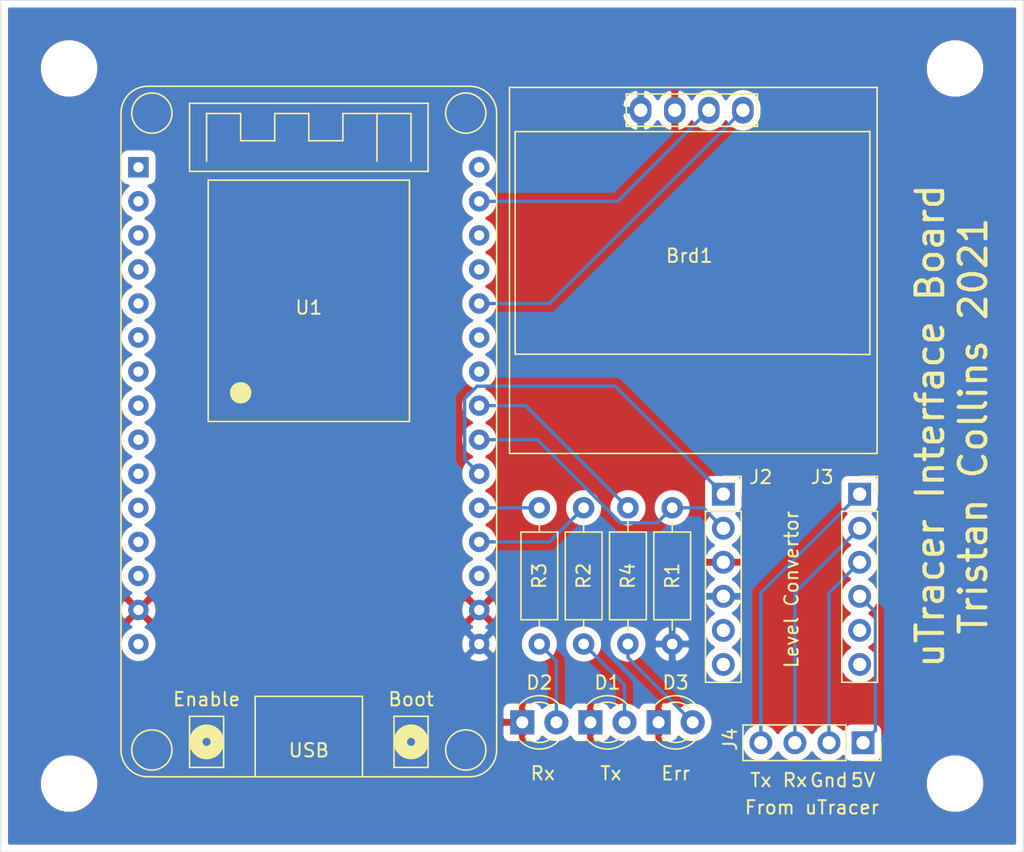
<source format=kicad_pcb>
(kicad_pcb (version 20171130) (host pcbnew "(5.1.12-1-10_14)")

  (general
    (thickness 1.6)
    (drawings 15)
    (tracks 38)
    (zones 0)
    (modules 16)
    (nets 41)
  )

  (page A4)
  (layers
    (0 F.Cu signal)
    (31 B.Cu signal)
    (32 B.Adhes user)
    (33 F.Adhes user)
    (34 B.Paste user)
    (35 F.Paste user)
    (36 B.SilkS user)
    (37 F.SilkS user)
    (38 B.Mask user)
    (39 F.Mask user)
    (40 Dwgs.User user)
    (41 Cmts.User user)
    (42 Eco1.User user)
    (43 Eco2.User user)
    (44 Edge.Cuts user)
    (45 Margin user)
    (46 B.CrtYd user)
    (47 F.CrtYd user)
    (48 B.Fab user)
    (49 F.Fab user)
  )

  (setup
    (last_trace_width 0.25)
    (trace_clearance 0.2)
    (zone_clearance 0.508)
    (zone_45_only no)
    (trace_min 0.2)
    (via_size 0.8)
    (via_drill 0.4)
    (via_min_size 0.4)
    (via_min_drill 0.3)
    (uvia_size 0.3)
    (uvia_drill 0.1)
    (uvias_allowed no)
    (uvia_min_size 0.2)
    (uvia_min_drill 0.1)
    (edge_width 0.05)
    (segment_width 0.2)
    (pcb_text_width 0.3)
    (pcb_text_size 1.5 1.5)
    (mod_edge_width 0.12)
    (mod_text_size 1 1)
    (mod_text_width 0.15)
    (pad_size 1.524 1.524)
    (pad_drill 0.762)
    (pad_to_mask_clearance 0)
    (aux_axis_origin 0 0)
    (visible_elements FFFDFF7F)
    (pcbplotparams
      (layerselection 0x010fc_ffffffff)
      (usegerberextensions false)
      (usegerberattributes true)
      (usegerberadvancedattributes true)
      (creategerberjobfile true)
      (excludeedgelayer true)
      (linewidth 0.100000)
      (plotframeref false)
      (viasonmask false)
      (mode 1)
      (useauxorigin false)
      (hpglpennumber 1)
      (hpglpenspeed 20)
      (hpglpendiameter 15.000000)
      (psnegative false)
      (psa4output false)
      (plotreference true)
      (plotvalue true)
      (plotinvisibletext false)
      (padsonsilk false)
      (subtractmaskfromsilk false)
      (outputformat 1)
      (mirror false)
      (drillshape 1)
      (scaleselection 1)
      (outputdirectory ""))
  )

  (net 0 "")
  (net 1 GND)
  (net 2 "Net-(D1-Pad2)")
  (net 3 "Net-(D2-Pad2)")
  (net 4 "Net-(D3-Pad2)")
  (net 5 +3V3)
  (net 6 /RX)
  (net 7 /TX)
  (net 8 "Net-(J2-Pad5)")
  (net 9 "Net-(J2-Pad6)")
  (net 10 "Net-(J3-Pad6)")
  (net 11 "Net-(J3-Pad5)")
  (net 12 "Net-(J3-Pad4)")
  (net 13 "Net-(J3-Pad3)")
  (net 14 "Net-(J3-Pad2)")
  (net 15 "Net-(J3-Pad1)")
  (net 16 "Net-(R2-Pad1)")
  (net 17 "Net-(R3-Pad1)")
  (net 18 "Net-(R4-Pad1)")
  (net 19 "Net-(U1-Pad1)")
  (net 20 "Net-(U1-Pad2)")
  (net 21 "Net-(U1-Pad3)")
  (net 22 "Net-(U1-Pad4)")
  (net 23 "Net-(U1-Pad5)")
  (net 24 "Net-(U1-Pad6)")
  (net 25 "Net-(U1-Pad7)")
  (net 26 "Net-(U1-Pad8)")
  (net 27 "Net-(U1-Pad9)")
  (net 28 "Net-(U1-Pad10)")
  (net 29 "Net-(U1-Pad11)")
  (net 30 "Net-(U1-Pad12)")
  (net 31 "Net-(U1-Pad13)")
  (net 32 "Net-(U1-Pad15)")
  (net 33 "Net-(U1-Pad18)")
  (net 34 "Net-(U1-Pad24)")
  (net 35 "Net-(U1-Pad25)")
  (net 36 "Net-(U1-Pad27)")
  (net 37 "Net-(U1-Pad28)")
  (net 38 "Net-(U1-Pad30)")
  (net 39 "Net-(Brd1-Pad4)")
  (net 40 "Net-(Brd1-Pad3)")

  (net_class Default "This is the default net class."
    (clearance 0.2)
    (trace_width 0.25)
    (via_dia 0.8)
    (via_drill 0.4)
    (uvia_dia 0.3)
    (uvia_drill 0.1)
    (add_net +3V3)
    (add_net /RX)
    (add_net /TX)
    (add_net GND)
    (add_net "Net-(Brd1-Pad3)")
    (add_net "Net-(Brd1-Pad4)")
    (add_net "Net-(D1-Pad2)")
    (add_net "Net-(D2-Pad2)")
    (add_net "Net-(D3-Pad2)")
    (add_net "Net-(J2-Pad5)")
    (add_net "Net-(J2-Pad6)")
    (add_net "Net-(J3-Pad1)")
    (add_net "Net-(J3-Pad2)")
    (add_net "Net-(J3-Pad3)")
    (add_net "Net-(J3-Pad4)")
    (add_net "Net-(J3-Pad5)")
    (add_net "Net-(J3-Pad6)")
    (add_net "Net-(R2-Pad1)")
    (add_net "Net-(R3-Pad1)")
    (add_net "Net-(R4-Pad1)")
    (add_net "Net-(U1-Pad1)")
    (add_net "Net-(U1-Pad10)")
    (add_net "Net-(U1-Pad11)")
    (add_net "Net-(U1-Pad12)")
    (add_net "Net-(U1-Pad13)")
    (add_net "Net-(U1-Pad15)")
    (add_net "Net-(U1-Pad18)")
    (add_net "Net-(U1-Pad2)")
    (add_net "Net-(U1-Pad24)")
    (add_net "Net-(U1-Pad25)")
    (add_net "Net-(U1-Pad27)")
    (add_net "Net-(U1-Pad28)")
    (add_net "Net-(U1-Pad3)")
    (add_net "Net-(U1-Pad30)")
    (add_net "Net-(U1-Pad4)")
    (add_net "Net-(U1-Pad5)")
    (add_net "Net-(U1-Pad6)")
    (add_net "Net-(U1-Pad7)")
    (add_net "Net-(U1-Pad8)")
    (add_net "Net-(U1-Pad9)")
  )

  (module LED_THT:LED_D3.0mm (layer F.Cu) (tedit 587A3A7B) (tstamp 61BEB203)
    (at 127.762 122.428)
    (descr "LED, diameter 3.0mm, 2 pins")
    (tags "LED diameter 3.0mm 2 pins")
    (path /61BF0F78)
    (fp_text reference D1 (at 1.27 -2.96) (layer F.SilkS)
      (effects (font (size 1 1) (thickness 0.15)))
    )
    (fp_text value "Green LED" (at 1.27 2.96) (layer F.Fab)
      (effects (font (size 1 1) (thickness 0.15)))
    )
    (fp_circle (center 1.27 0) (end 2.77 0) (layer F.Fab) (width 0.1))
    (fp_line (start -0.23 -1.16619) (end -0.23 1.16619) (layer F.Fab) (width 0.1))
    (fp_line (start -0.29 -1.236) (end -0.29 -1.08) (layer F.SilkS) (width 0.12))
    (fp_line (start -0.29 1.08) (end -0.29 1.236) (layer F.SilkS) (width 0.12))
    (fp_line (start -1.15 -2.25) (end -1.15 2.25) (layer F.CrtYd) (width 0.05))
    (fp_line (start -1.15 2.25) (end 3.7 2.25) (layer F.CrtYd) (width 0.05))
    (fp_line (start 3.7 2.25) (end 3.7 -2.25) (layer F.CrtYd) (width 0.05))
    (fp_line (start 3.7 -2.25) (end -1.15 -2.25) (layer F.CrtYd) (width 0.05))
    (fp_arc (start 1.27 0) (end -0.23 -1.16619) (angle 284.3) (layer F.Fab) (width 0.1))
    (fp_arc (start 1.27 0) (end -0.29 -1.235516) (angle 108.8) (layer F.SilkS) (width 0.12))
    (fp_arc (start 1.27 0) (end -0.29 1.235516) (angle -108.8) (layer F.SilkS) (width 0.12))
    (fp_arc (start 1.27 0) (end 0.229039 -1.08) (angle 87.9) (layer F.SilkS) (width 0.12))
    (fp_arc (start 1.27 0) (end 0.229039 1.08) (angle -87.9) (layer F.SilkS) (width 0.12))
    (pad 1 thru_hole rect (at 0 0) (size 1.8 1.8) (drill 0.9) (layers *.Cu *.Mask)
      (net 1 GND))
    (pad 2 thru_hole circle (at 2.54 0) (size 1.8 1.8) (drill 0.9) (layers *.Cu *.Mask)
      (net 2 "Net-(D1-Pad2)"))
    (model ${KISYS3DMOD}/LED_THT.3dshapes/LED_D3.0mm.wrl
      (at (xyz 0 0 0))
      (scale (xyz 1 1 1))
      (rotate (xyz 0 0 0))
    )
  )

  (module LED_THT:LED_D3.0mm (layer F.Cu) (tedit 587A3A7B) (tstamp 61BEBD0D)
    (at 122.682 122.428)
    (descr "LED, diameter 3.0mm, 2 pins")
    (tags "LED diameter 3.0mm 2 pins")
    (path /61BF18A6)
    (fp_text reference D2 (at 1.27 -2.96) (layer F.SilkS)
      (effects (font (size 1 1) (thickness 0.15)))
    )
    (fp_text value "Blue LED" (at 1.27 2.96) (layer F.Fab)
      (effects (font (size 1 1) (thickness 0.15)))
    )
    (fp_line (start 3.7 -2.25) (end -1.15 -2.25) (layer F.CrtYd) (width 0.05))
    (fp_line (start 3.7 2.25) (end 3.7 -2.25) (layer F.CrtYd) (width 0.05))
    (fp_line (start -1.15 2.25) (end 3.7 2.25) (layer F.CrtYd) (width 0.05))
    (fp_line (start -1.15 -2.25) (end -1.15 2.25) (layer F.CrtYd) (width 0.05))
    (fp_line (start -0.29 1.08) (end -0.29 1.236) (layer F.SilkS) (width 0.12))
    (fp_line (start -0.29 -1.236) (end -0.29 -1.08) (layer F.SilkS) (width 0.12))
    (fp_line (start -0.23 -1.16619) (end -0.23 1.16619) (layer F.Fab) (width 0.1))
    (fp_circle (center 1.27 0) (end 2.77 0) (layer F.Fab) (width 0.1))
    (fp_arc (start 1.27 0) (end 0.229039 1.08) (angle -87.9) (layer F.SilkS) (width 0.12))
    (fp_arc (start 1.27 0) (end 0.229039 -1.08) (angle 87.9) (layer F.SilkS) (width 0.12))
    (fp_arc (start 1.27 0) (end -0.29 1.235516) (angle -108.8) (layer F.SilkS) (width 0.12))
    (fp_arc (start 1.27 0) (end -0.29 -1.235516) (angle 108.8) (layer F.SilkS) (width 0.12))
    (fp_arc (start 1.27 0) (end -0.23 -1.16619) (angle 284.3) (layer F.Fab) (width 0.1))
    (pad 2 thru_hole circle (at 2.54 0) (size 1.8 1.8) (drill 0.9) (layers *.Cu *.Mask)
      (net 3 "Net-(D2-Pad2)"))
    (pad 1 thru_hole rect (at 0 0) (size 1.8 1.8) (drill 0.9) (layers *.Cu *.Mask)
      (net 1 GND))
    (model ${KISYS3DMOD}/LED_THT.3dshapes/LED_D3.0mm.wrl
      (at (xyz 0 0 0))
      (scale (xyz 1 1 1))
      (rotate (xyz 0 0 0))
    )
  )

  (module LED_THT:LED_D3.0mm (layer F.Cu) (tedit 587A3A7B) (tstamp 61BEBC7A)
    (at 132.842 122.428)
    (descr "LED, diameter 3.0mm, 2 pins")
    (tags "LED diameter 3.0mm 2 pins")
    (path /61BF1E53)
    (fp_text reference D3 (at 1.27 -2.96) (layer F.SilkS)
      (effects (font (size 1 1) (thickness 0.15)))
    )
    (fp_text value "Red LED" (at 1.27 2.96) (layer F.Fab)
      (effects (font (size 1 1) (thickness 0.15)))
    )
    (fp_circle (center 1.27 0) (end 2.77 0) (layer F.Fab) (width 0.1))
    (fp_line (start -0.23 -1.16619) (end -0.23 1.16619) (layer F.Fab) (width 0.1))
    (fp_line (start -0.29 -1.236) (end -0.29 -1.08) (layer F.SilkS) (width 0.12))
    (fp_line (start -0.29 1.08) (end -0.29 1.236) (layer F.SilkS) (width 0.12))
    (fp_line (start -1.15 -2.25) (end -1.15 2.25) (layer F.CrtYd) (width 0.05))
    (fp_line (start -1.15 2.25) (end 3.7 2.25) (layer F.CrtYd) (width 0.05))
    (fp_line (start 3.7 2.25) (end 3.7 -2.25) (layer F.CrtYd) (width 0.05))
    (fp_line (start 3.7 -2.25) (end -1.15 -2.25) (layer F.CrtYd) (width 0.05))
    (fp_arc (start 1.27 0) (end -0.23 -1.16619) (angle 284.3) (layer F.Fab) (width 0.1))
    (fp_arc (start 1.27 0) (end -0.29 -1.235516) (angle 108.8) (layer F.SilkS) (width 0.12))
    (fp_arc (start 1.27 0) (end -0.29 1.235516) (angle -108.8) (layer F.SilkS) (width 0.12))
    (fp_arc (start 1.27 0) (end 0.229039 -1.08) (angle 87.9) (layer F.SilkS) (width 0.12))
    (fp_arc (start 1.27 0) (end 0.229039 1.08) (angle -87.9) (layer F.SilkS) (width 0.12))
    (pad 1 thru_hole rect (at 0 0) (size 1.8 1.8) (drill 0.9) (layers *.Cu *.Mask)
      (net 1 GND))
    (pad 2 thru_hole circle (at 2.54 0) (size 1.8 1.8) (drill 0.9) (layers *.Cu *.Mask)
      (net 4 "Net-(D3-Pad2)"))
    (model ${KISYS3DMOD}/LED_THT.3dshapes/LED_D3.0mm.wrl
      (at (xyz 0 0 0))
      (scale (xyz 1 1 1))
      (rotate (xyz 0 0 0))
    )
  )

  (module Resistor_THT:R_Axial_DIN0207_L6.3mm_D2.5mm_P10.16mm_Horizontal (layer F.Cu) (tedit 5AE5139B) (tstamp 61BEBB52)
    (at 133.858 106.426 270)
    (descr "Resistor, Axial_DIN0207 series, Axial, Horizontal, pin pitch=10.16mm, 0.25W = 1/4W, length*diameter=6.3*2.5mm^2, http://cdn-reichelt.de/documents/datenblatt/B400/1_4W%23YAG.pdf")
    (tags "Resistor Axial_DIN0207 series Axial Horizontal pin pitch 10.16mm 0.25W = 1/4W length 6.3mm diameter 2.5mm")
    (path /61BEF8CF)
    (fp_text reference R1 (at 5.08 0 90) (layer F.SilkS)
      (effects (font (size 1 1) (thickness 0.15)))
    )
    (fp_text value 10k (at 5.08 2.37 90) (layer F.Fab)
      (effects (font (size 1 1) (thickness 0.15)))
    )
    (fp_line (start 11.21 -1.5) (end -1.05 -1.5) (layer F.CrtYd) (width 0.05))
    (fp_line (start 11.21 1.5) (end 11.21 -1.5) (layer F.CrtYd) (width 0.05))
    (fp_line (start -1.05 1.5) (end 11.21 1.5) (layer F.CrtYd) (width 0.05))
    (fp_line (start -1.05 -1.5) (end -1.05 1.5) (layer F.CrtYd) (width 0.05))
    (fp_line (start 9.12 0) (end 8.35 0) (layer F.SilkS) (width 0.12))
    (fp_line (start 1.04 0) (end 1.81 0) (layer F.SilkS) (width 0.12))
    (fp_line (start 8.35 -1.37) (end 1.81 -1.37) (layer F.SilkS) (width 0.12))
    (fp_line (start 8.35 1.37) (end 8.35 -1.37) (layer F.SilkS) (width 0.12))
    (fp_line (start 1.81 1.37) (end 8.35 1.37) (layer F.SilkS) (width 0.12))
    (fp_line (start 1.81 -1.37) (end 1.81 1.37) (layer F.SilkS) (width 0.12))
    (fp_line (start 10.16 0) (end 8.23 0) (layer F.Fab) (width 0.1))
    (fp_line (start 0 0) (end 1.93 0) (layer F.Fab) (width 0.1))
    (fp_line (start 8.23 -1.25) (end 1.93 -1.25) (layer F.Fab) (width 0.1))
    (fp_line (start 8.23 1.25) (end 8.23 -1.25) (layer F.Fab) (width 0.1))
    (fp_line (start 1.93 1.25) (end 8.23 1.25) (layer F.Fab) (width 0.1))
    (fp_line (start 1.93 -1.25) (end 1.93 1.25) (layer F.Fab) (width 0.1))
    (fp_text user %R (at 5.08 0 90) (layer F.Fab)
      (effects (font (size 1 1) (thickness 0.15)))
    )
    (pad 2 thru_hole oval (at 10.16 0 270) (size 1.6 1.6) (drill 0.8) (layers *.Cu *.Mask)
      (net 5 +3V3))
    (pad 1 thru_hole circle (at 0 0 270) (size 1.6 1.6) (drill 0.8) (layers *.Cu *.Mask)
      (net 7 /TX))
    (model ${KISYS3DMOD}/Resistor_THT.3dshapes/R_Axial_DIN0207_L6.3mm_D2.5mm_P10.16mm_Horizontal.wrl
      (at (xyz 0 0 0))
      (scale (xyz 1 1 1))
      (rotate (xyz 0 0 0))
    )
  )

  (module Resistor_THT:R_Axial_DIN0207_L6.3mm_D2.5mm_P10.16mm_Horizontal (layer F.Cu) (tedit 5AE5139B) (tstamp 61BEB2C3)
    (at 127.254 106.426 270)
    (descr "Resistor, Axial_DIN0207 series, Axial, Horizontal, pin pitch=10.16mm, 0.25W = 1/4W, length*diameter=6.3*2.5mm^2, http://cdn-reichelt.de/documents/datenblatt/B400/1_4W%23YAG.pdf")
    (tags "Resistor Axial_DIN0207 series Axial Horizontal pin pitch 10.16mm 0.25W = 1/4W length 6.3mm diameter 2.5mm")
    (path /61BEE740)
    (fp_text reference R2 (at 5.08 0 90) (layer F.SilkS)
      (effects (font (size 1 1) (thickness 0.15)))
    )
    (fp_text value 470r (at 5.08 2.37 90) (layer F.Fab)
      (effects (font (size 1 1) (thickness 0.15)))
    )
    (fp_line (start 1.93 -1.25) (end 1.93 1.25) (layer F.Fab) (width 0.1))
    (fp_line (start 1.93 1.25) (end 8.23 1.25) (layer F.Fab) (width 0.1))
    (fp_line (start 8.23 1.25) (end 8.23 -1.25) (layer F.Fab) (width 0.1))
    (fp_line (start 8.23 -1.25) (end 1.93 -1.25) (layer F.Fab) (width 0.1))
    (fp_line (start 0 0) (end 1.93 0) (layer F.Fab) (width 0.1))
    (fp_line (start 10.16 0) (end 8.23 0) (layer F.Fab) (width 0.1))
    (fp_line (start 1.81 -1.37) (end 1.81 1.37) (layer F.SilkS) (width 0.12))
    (fp_line (start 1.81 1.37) (end 8.35 1.37) (layer F.SilkS) (width 0.12))
    (fp_line (start 8.35 1.37) (end 8.35 -1.37) (layer F.SilkS) (width 0.12))
    (fp_line (start 8.35 -1.37) (end 1.81 -1.37) (layer F.SilkS) (width 0.12))
    (fp_line (start 1.04 0) (end 1.81 0) (layer F.SilkS) (width 0.12))
    (fp_line (start 9.12 0) (end 8.35 0) (layer F.SilkS) (width 0.12))
    (fp_line (start -1.05 -1.5) (end -1.05 1.5) (layer F.CrtYd) (width 0.05))
    (fp_line (start -1.05 1.5) (end 11.21 1.5) (layer F.CrtYd) (width 0.05))
    (fp_line (start 11.21 1.5) (end 11.21 -1.5) (layer F.CrtYd) (width 0.05))
    (fp_line (start 11.21 -1.5) (end -1.05 -1.5) (layer F.CrtYd) (width 0.05))
    (fp_text user %R (at 5.08 0 90) (layer F.Fab)
      (effects (font (size 1 1) (thickness 0.15)))
    )
    (pad 1 thru_hole circle (at 0 0 270) (size 1.6 1.6) (drill 0.8) (layers *.Cu *.Mask)
      (net 16 "Net-(R2-Pad1)"))
    (pad 2 thru_hole oval (at 10.16 0 270) (size 1.6 1.6) (drill 0.8) (layers *.Cu *.Mask)
      (net 2 "Net-(D1-Pad2)"))
    (model ${KISYS3DMOD}/Resistor_THT.3dshapes/R_Axial_DIN0207_L6.3mm_D2.5mm_P10.16mm_Horizontal.wrl
      (at (xyz 0 0 0))
      (scale (xyz 1 1 1))
      (rotate (xyz 0 0 0))
    )
  )

  (module Resistor_THT:R_Axial_DIN0207_L6.3mm_D2.5mm_P10.16mm_Horizontal (layer F.Cu) (tedit 5AE5139B) (tstamp 61BEB956)
    (at 123.952 106.426 270)
    (descr "Resistor, Axial_DIN0207 series, Axial, Horizontal, pin pitch=10.16mm, 0.25W = 1/4W, length*diameter=6.3*2.5mm^2, http://cdn-reichelt.de/documents/datenblatt/B400/1_4W%23YAG.pdf")
    (tags "Resistor Axial_DIN0207 series Axial Horizontal pin pitch 10.16mm 0.25W = 1/4W length 6.3mm diameter 2.5mm")
    (path /61BEEFA6)
    (fp_text reference R3 (at 5.08 0 90) (layer F.SilkS)
      (effects (font (size 1 1) (thickness 0.15)))
    )
    (fp_text value 470r (at 5.08 2.37 90) (layer F.Fab)
      (effects (font (size 1 1) (thickness 0.15)))
    )
    (fp_line (start 11.21 -1.5) (end -1.05 -1.5) (layer F.CrtYd) (width 0.05))
    (fp_line (start 11.21 1.5) (end 11.21 -1.5) (layer F.CrtYd) (width 0.05))
    (fp_line (start -1.05 1.5) (end 11.21 1.5) (layer F.CrtYd) (width 0.05))
    (fp_line (start -1.05 -1.5) (end -1.05 1.5) (layer F.CrtYd) (width 0.05))
    (fp_line (start 9.12 0) (end 8.35 0) (layer F.SilkS) (width 0.12))
    (fp_line (start 1.04 0) (end 1.81 0) (layer F.SilkS) (width 0.12))
    (fp_line (start 8.35 -1.37) (end 1.81 -1.37) (layer F.SilkS) (width 0.12))
    (fp_line (start 8.35 1.37) (end 8.35 -1.37) (layer F.SilkS) (width 0.12))
    (fp_line (start 1.81 1.37) (end 8.35 1.37) (layer F.SilkS) (width 0.12))
    (fp_line (start 1.81 -1.37) (end 1.81 1.37) (layer F.SilkS) (width 0.12))
    (fp_line (start 10.16 0) (end 8.23 0) (layer F.Fab) (width 0.1))
    (fp_line (start 0 0) (end 1.93 0) (layer F.Fab) (width 0.1))
    (fp_line (start 8.23 -1.25) (end 1.93 -1.25) (layer F.Fab) (width 0.1))
    (fp_line (start 8.23 1.25) (end 8.23 -1.25) (layer F.Fab) (width 0.1))
    (fp_line (start 1.93 1.25) (end 8.23 1.25) (layer F.Fab) (width 0.1))
    (fp_line (start 1.93 -1.25) (end 1.93 1.25) (layer F.Fab) (width 0.1))
    (fp_text user %R (at 5.08 0 90) (layer F.Fab)
      (effects (font (size 1 1) (thickness 0.15)))
    )
    (pad 2 thru_hole oval (at 10.16 0 270) (size 1.6 1.6) (drill 0.8) (layers *.Cu *.Mask)
      (net 3 "Net-(D2-Pad2)"))
    (pad 1 thru_hole circle (at 0 0 270) (size 1.6 1.6) (drill 0.8) (layers *.Cu *.Mask)
      (net 17 "Net-(R3-Pad1)"))
    (model ${KISYS3DMOD}/Resistor_THT.3dshapes/R_Axial_DIN0207_L6.3mm_D2.5mm_P10.16mm_Horizontal.wrl
      (at (xyz 0 0 0))
      (scale (xyz 1 1 1))
      (rotate (xyz 0 0 0))
    )
  )

  (module Resistor_THT:R_Axial_DIN0207_L6.3mm_D2.5mm_P10.16mm_Horizontal (layer F.Cu) (tedit 5AE5139B) (tstamp 61BEB2F1)
    (at 130.556 106.426 270)
    (descr "Resistor, Axial_DIN0207 series, Axial, Horizontal, pin pitch=10.16mm, 0.25W = 1/4W, length*diameter=6.3*2.5mm^2, http://cdn-reichelt.de/documents/datenblatt/B400/1_4W%23YAG.pdf")
    (tags "Resistor Axial_DIN0207 series Axial Horizontal pin pitch 10.16mm 0.25W = 1/4W length 6.3mm diameter 2.5mm")
    (path /61BEF437)
    (fp_text reference R4 (at 5.08 0 90) (layer F.SilkS)
      (effects (font (size 1 1) (thickness 0.15)))
    )
    (fp_text value 470r (at 5.08 2.37 90) (layer F.Fab)
      (effects (font (size 1 1) (thickness 0.15)))
    )
    (fp_line (start 1.93 -1.25) (end 1.93 1.25) (layer F.Fab) (width 0.1))
    (fp_line (start 1.93 1.25) (end 8.23 1.25) (layer F.Fab) (width 0.1))
    (fp_line (start 8.23 1.25) (end 8.23 -1.25) (layer F.Fab) (width 0.1))
    (fp_line (start 8.23 -1.25) (end 1.93 -1.25) (layer F.Fab) (width 0.1))
    (fp_line (start 0 0) (end 1.93 0) (layer F.Fab) (width 0.1))
    (fp_line (start 10.16 0) (end 8.23 0) (layer F.Fab) (width 0.1))
    (fp_line (start 1.81 -1.37) (end 1.81 1.37) (layer F.SilkS) (width 0.12))
    (fp_line (start 1.81 1.37) (end 8.35 1.37) (layer F.SilkS) (width 0.12))
    (fp_line (start 8.35 1.37) (end 8.35 -1.37) (layer F.SilkS) (width 0.12))
    (fp_line (start 8.35 -1.37) (end 1.81 -1.37) (layer F.SilkS) (width 0.12))
    (fp_line (start 1.04 0) (end 1.81 0) (layer F.SilkS) (width 0.12))
    (fp_line (start 9.12 0) (end 8.35 0) (layer F.SilkS) (width 0.12))
    (fp_line (start -1.05 -1.5) (end -1.05 1.5) (layer F.CrtYd) (width 0.05))
    (fp_line (start -1.05 1.5) (end 11.21 1.5) (layer F.CrtYd) (width 0.05))
    (fp_line (start 11.21 1.5) (end 11.21 -1.5) (layer F.CrtYd) (width 0.05))
    (fp_line (start 11.21 -1.5) (end -1.05 -1.5) (layer F.CrtYd) (width 0.05))
    (fp_text user %R (at 5.08 0 90) (layer F.Fab)
      (effects (font (size 1 1) (thickness 0.15)))
    )
    (pad 1 thru_hole circle (at 0 0 270) (size 1.6 1.6) (drill 0.8) (layers *.Cu *.Mask)
      (net 18 "Net-(R4-Pad1)"))
    (pad 2 thru_hole oval (at 10.16 0 270) (size 1.6 1.6) (drill 0.8) (layers *.Cu *.Mask)
      (net 4 "Net-(D3-Pad2)"))
    (model ${KISYS3DMOD}/Resistor_THT.3dshapes/R_Axial_DIN0207_L6.3mm_D2.5mm_P10.16mm_Horizontal.wrl
      (at (xyz 0 0 0))
      (scale (xyz 1 1 1))
      (rotate (xyz 0 0 0))
    )
  )

  (module ESP:esp32_devkit_v1_doit (layer F.Cu) (tedit 5F4BBE44) (tstamp 61BEB344)
    (at 106.770001 81.030001)
    (descr "ESPWROOM32, ESP32, 30 GPIOs version")
    (path /61BED0B1)
    (attr smd)
    (fp_text reference U1 (at 0 10.47) (layer F.SilkS)
      (effects (font (size 1 1) (thickness 0.15)))
    )
    (fp_text value ESP32_DevKit_V1_DOIT (at 0 8.7) (layer F.Fab)
      (effects (font (size 1 1) (thickness 0.15)))
    )
    (fp_circle (center -11.7 -4.04) (end -10.2 -4.04) (layer F.SilkS) (width 0.12))
    (fp_circle (center 11.7 -4.04) (end 13.2 -4.04) (layer F.SilkS) (width 0.12))
    (fp_line (start 14 43.46) (end 14 -4.04) (layer F.SilkS) (width 0.12))
    (fp_line (start -14 -4.04) (end -14 43.46) (layer F.SilkS) (width 0.12))
    (fp_line (start -12 45.46) (end 12 45.46) (layer F.SilkS) (width 0.12))
    (fp_line (start -12 -6.04) (end 12 -6.04) (layer F.SilkS) (width 0.12))
    (fp_circle (center -11.7 43.46) (end -10.2 43.46) (layer F.SilkS) (width 0.12))
    (fp_circle (center 11.7 43.46) (end 13.2 43.46) (layer F.SilkS) (width 0.12))
    (fp_line (start -4 39.46) (end -4 45.46) (layer F.SilkS) (width 0.12))
    (fp_line (start 4 39.46) (end 4 45.46) (layer F.SilkS) (width 0.12))
    (fp_line (start -4 39.46) (end 4 39.46) (layer F.SilkS) (width 0.12))
    (fp_line (start -8.89 -4.77) (end 8.89 -4.77) (layer F.SilkS) (width 0.12))
    (fp_line (start 8.89 -4.77) (end 8.89 0.31) (layer F.SilkS) (width 0.12))
    (fp_line (start 8.89 0.31) (end -8.89 0.31) (layer F.SilkS) (width 0.12))
    (fp_line (start -8.89 0.31) (end -8.89 -4.77) (layer F.SilkS) (width 0.12))
    (fp_line (start -7.62 -0.452) (end -7.62 -4.008) (layer F.SilkS) (width 0.12))
    (fp_line (start -7.62 -4.008) (end -5.08 -4.008) (layer F.SilkS) (width 0.12))
    (fp_line (start -5.08 -4.008) (end -5.08 -1.976) (layer F.SilkS) (width 0.12))
    (fp_line (start -5.08 -1.976) (end -2.54 -1.976) (layer F.SilkS) (width 0.12))
    (fp_line (start -2.54 -1.976) (end -2.54 -4.008) (layer F.SilkS) (width 0.12))
    (fp_line (start -2.54 -4.008) (end 0 -4.008) (layer F.SilkS) (width 0.12))
    (fp_line (start 0 -4.008) (end 0 -1.976) (layer F.SilkS) (width 0.12))
    (fp_line (start 0 -1.976) (end 2.54 -1.976) (layer F.SilkS) (width 0.12))
    (fp_line (start 2.54 -1.976) (end 2.54 -4.008) (layer F.SilkS) (width 0.12))
    (fp_line (start 2.54 -4.008) (end 7.62 -4.008) (layer F.SilkS) (width 0.12))
    (fp_line (start 7.62 -4.008) (end 7.62 -0.452) (layer F.SilkS) (width 0.12))
    (fp_line (start 5.08 -4.008) (end 5.08 -0.452) (layer F.SilkS) (width 0.12))
    (fp_line (start -7.5 0.96) (end 7.5 0.96) (layer F.SilkS) (width 0.12))
    (fp_line (start 7.5 0.96) (end 7.5 18.96) (layer F.SilkS) (width 0.12))
    (fp_line (start 7.5 18.96) (end -7.5 18.96) (layer F.SilkS) (width 0.12))
    (fp_line (start -7.5 18.96) (end -7.5 0.96) (layer F.SilkS) (width 0.12))
    (fp_circle (center -5.08 16.82) (end -4.68 16.82) (layer F.SilkS) (width 0.8))
    (fp_line (start 6.35 40.95) (end 8.89 40.95) (layer F.SilkS) (width 0.12))
    (fp_line (start 8.89 40.95) (end 8.89 44.76) (layer F.SilkS) (width 0.12))
    (fp_line (start 8.89 44.76) (end 6.35 44.76) (layer F.SilkS) (width 0.12))
    (fp_line (start 6.35 44.76) (end 6.35 40.95) (layer F.SilkS) (width 0.12))
    (fp_line (start -6.35 44.76) (end -8.89 44.76) (layer F.SilkS) (width 0.12))
    (fp_line (start -8.89 44.76) (end -8.89 40.95) (layer F.SilkS) (width 0.12))
    (fp_line (start -8.89 40.95) (end -6.35 40.95) (layer F.SilkS) (width 0.12))
    (fp_line (start -6.35 40.95) (end -6.35 44.76) (layer F.SilkS) (width 0.12))
    (fp_circle (center -7.62 42.855) (end -7.32 42.855) (layer F.SilkS) (width 1))
    (fp_circle (center 7.62 42.855) (end 7.92 42.855) (layer F.SilkS) (width 1))
    (fp_text user USB (at 0 43.49) (layer F.SilkS)
      (effects (font (size 1 1) (thickness 0.15)))
    )
    (fp_text user Boot (at 7.62 39.68) (layer F.SilkS)
      (effects (font (size 1 1) (thickness 0.15)))
    )
    (fp_text user Enable (at -7.62 39.68) (layer F.SilkS)
      (effects (font (size 1 1) (thickness 0.15)))
    )
    (fp_arc (start 12 -4.04) (end 14 -4.04) (angle -90) (layer F.SilkS) (width 0.12))
    (fp_arc (start -12 -4.04) (end -12 -6.04) (angle -90) (layer F.SilkS) (width 0.12))
    (fp_arc (start -12 43.46) (end -14 43.46) (angle -90) (layer F.SilkS) (width 0.12))
    (fp_arc (start 12 43.46) (end 12 45.46) (angle -90) (layer F.SilkS) (width 0.12))
    (pad 1 thru_hole rect (at -12.7 0) (size 1.524 1.524) (drill 0.762) (layers *.Cu *.Mask)
      (net 19 "Net-(U1-Pad1)"))
    (pad 2 thru_hole circle (at -12.7 2.54) (size 1.524 1.524) (drill 0.762) (layers *.Cu *.Mask)
      (net 20 "Net-(U1-Pad2)"))
    (pad 3 thru_hole circle (at -12.7 5.08) (size 1.524 1.524) (drill 0.762) (layers *.Cu *.Mask)
      (net 21 "Net-(U1-Pad3)"))
    (pad 4 thru_hole circle (at -12.7 7.62) (size 1.524 1.524) (drill 0.762) (layers *.Cu *.Mask)
      (net 22 "Net-(U1-Pad4)"))
    (pad 5 thru_hole circle (at -12.7 10.16) (size 1.524 1.524) (drill 0.762) (layers *.Cu *.Mask)
      (net 23 "Net-(U1-Pad5)"))
    (pad 6 thru_hole circle (at -12.7 12.7) (size 1.524 1.524) (drill 0.762) (layers *.Cu *.Mask)
      (net 24 "Net-(U1-Pad6)"))
    (pad 7 thru_hole circle (at -12.7 15.24) (size 1.524 1.524) (drill 0.762) (layers *.Cu *.Mask)
      (net 25 "Net-(U1-Pad7)"))
    (pad 8 thru_hole circle (at -12.7 17.78) (size 1.524 1.524) (drill 0.762) (layers *.Cu *.Mask)
      (net 26 "Net-(U1-Pad8)"))
    (pad 9 thru_hole circle (at -12.7 20.32) (size 1.524 1.524) (drill 0.762) (layers *.Cu *.Mask)
      (net 27 "Net-(U1-Pad9)"))
    (pad 10 thru_hole circle (at -12.7 22.86) (size 1.524 1.524) (drill 0.762) (layers *.Cu *.Mask)
      (net 28 "Net-(U1-Pad10)"))
    (pad 11 thru_hole circle (at -12.7 25.4) (size 1.524 1.524) (drill 0.762) (layers *.Cu *.Mask)
      (net 29 "Net-(U1-Pad11)"))
    (pad 12 thru_hole circle (at -12.7 27.94) (size 1.524 1.524) (drill 0.762) (layers *.Cu *.Mask)
      (net 30 "Net-(U1-Pad12)"))
    (pad 13 thru_hole circle (at -12.7 30.48) (size 1.524 1.524) (drill 0.762) (layers *.Cu *.Mask)
      (net 31 "Net-(U1-Pad13)"))
    (pad 14 thru_hole circle (at -12.7 33.02) (size 1.524 1.524) (drill 0.762) (layers *.Cu *.Mask)
      (net 1 GND))
    (pad 15 thru_hole circle (at -12.7 35.56) (size 1.524 1.524) (drill 0.762) (layers *.Cu *.Mask)
      (net 32 "Net-(U1-Pad15)"))
    (pad 16 thru_hole circle (at 12.7 35.56) (size 1.524 1.524) (drill 0.762) (layers *.Cu *.Mask)
      (net 5 +3V3))
    (pad 17 thru_hole circle (at 12.7 33.02) (size 1.524 1.524) (drill 0.762) (layers *.Cu *.Mask)
      (net 1 GND))
    (pad 18 thru_hole circle (at 12.7 30.48) (size 1.524 1.524) (drill 0.762) (layers *.Cu *.Mask)
      (net 33 "Net-(U1-Pad18)"))
    (pad 19 thru_hole circle (at 12.7 27.94) (size 1.524 1.524) (drill 0.762) (layers *.Cu *.Mask)
      (net 16 "Net-(R2-Pad1)"))
    (pad 20 thru_hole circle (at 12.7 25.4) (size 1.524 1.524) (drill 0.762) (layers *.Cu *.Mask)
      (net 17 "Net-(R3-Pad1)"))
    (pad 21 thru_hole circle (at 12.7 22.86) (size 1.524 1.524) (drill 0.762) (layers *.Cu *.Mask)
      (net 6 /RX))
    (pad 22 thru_hole circle (at 12.7 20.32) (size 1.524 1.524) (drill 0.762) (layers *.Cu *.Mask)
      (net 7 /TX))
    (pad 23 thru_hole circle (at 12.7 17.78) (size 1.524 1.524) (drill 0.762) (layers *.Cu *.Mask)
      (net 18 "Net-(R4-Pad1)"))
    (pad 24 thru_hole circle (at 12.7 15.24) (size 1.524 1.524) (drill 0.762) (layers *.Cu *.Mask)
      (net 34 "Net-(U1-Pad24)"))
    (pad 25 thru_hole circle (at 12.7 12.7) (size 1.524 1.524) (drill 0.762) (layers *.Cu *.Mask)
      (net 35 "Net-(U1-Pad25)"))
    (pad 26 thru_hole circle (at 12.7 10.16) (size 1.524 1.524) (drill 0.762) (layers *.Cu *.Mask)
      (net 39 "Net-(Brd1-Pad4)"))
    (pad 27 thru_hole circle (at 12.7 7.62) (size 1.524 1.524) (drill 0.762) (layers *.Cu *.Mask)
      (net 36 "Net-(U1-Pad27)"))
    (pad 28 thru_hole circle (at 12.7 5.08) (size 1.524 1.524) (drill 0.762) (layers *.Cu *.Mask)
      (net 37 "Net-(U1-Pad28)"))
    (pad 29 thru_hole circle (at 12.7 2.54) (size 1.524 1.524) (drill 0.762) (layers *.Cu *.Mask)
      (net 40 "Net-(Brd1-Pad3)"))
    (pad 30 thru_hole circle (at 12.7 0) (size 1.524 1.524) (drill 0.762) (layers *.Cu *.Mask)
      (net 38 "Net-(U1-Pad30)"))
    (model ${KISYS3DMOD}/Button_Switch_SMD.3dshapes/SW_SPST_B3U-1000P-B.wrl
      (offset (xyz 7.5 -43 4))
      (scale (xyz 1 1 1))
      (rotate (xyz 0 0 90))
    )
    (model ${KISYS3DMOD}/Button_Switch_SMD.3dshapes/SW_SPST_B3U-1000P-B.wrl
      (offset (xyz -7.5 -43 4))
      (scale (xyz 1 1 1))
      (rotate (xyz 0 0 90))
    )
    (model ${KISYS3DMOD}/Connector_PinHeader_2.54mm.3dshapes/PinHeader_1x15_P2.54mm_Vertical.wrl
      (offset (xyz -12.7 0 2.5))
      (scale (xyz 1 1 1))
      (rotate (xyz 0 180 0))
    )
    (model ${KISYS3DMOD}/Connector_PinHeader_2.54mm.3dshapes/PinHeader_1x15_P2.54mm_Vertical.wrl
      (offset (xyz 12.7 0 2.5))
      (scale (xyz 1 1 1))
      (rotate (xyz 0 180 0))
    )
    (model ${VL_PACKAGES3D}/esp32_devkit_v1_doit.3dshapes/esp32_devkit_v1_doit.step
      (offset (xyz -12.7 0 2.5))
      (scale (xyz 1 1 1))
      (rotate (xyz 0 0 0))
    )
    (model ${KISYS3DMOD}/Connector_USB.3dshapes/USB_Micro-B_Molex_47346-0001.wrl
      (offset (xyz 0 -42 4))
      (scale (xyz 1 1 1))
      (rotate (xyz 0 0 0))
    )
    (model ${KISYS3DMOD}/LED_SMD.3dshapes/LED_1206_3216Metric.wrl
      (offset (xyz -6 -23 4))
      (scale (xyz 1 1 1))
      (rotate (xyz 0 0 -90))
    )
    (model ${KISYS3DMOD}/LED_SMD.3dshapes/LED_1206_3216Metric.wrl
      (offset (xyz 6 -23 4))
      (scale (xyz 1 1 1))
      (rotate (xyz 0 0 -90))
    )
    (model ${KISYS3DMOD}/Capacitor_Tantalum_SMD.3dshapes/CP_EIA-2012-15_AVX-P.wrl
      (offset (xyz -6.5 -27.5 4))
      (scale (xyz 1 1 1))
      (rotate (xyz 0 0 0))
    )
    (model ${KISYS3DMOD}/Package_TO_SOT_SMD.3dshapes/SOT-223.wrl
      (offset (xyz -6 -33 4))
      (scale (xyz 1 1 1))
      (rotate (xyz 0 0 -180))
    )
    (model ${KISYS3DMOD}/Resistor_SMD.3dshapes/R_0603_1608Metric.wrl
      (offset (xyz -7 -38.5 4))
      (scale (xyz 1 1 1))
      (rotate (xyz 0 0 0))
    )
    (model ${KISYS3DMOD}/Resistor_SMD.3dshapes/R_0603_1608Metric.wrl
      (offset (xyz 8.5 -38.5 4))
      (scale (xyz 1 1 1))
      (rotate (xyz 0 0 0))
    )
    (model ${KISYS3DMOD}/Resistor_SMD.3dshapes/R_0603_1608Metric.wrl
      (offset (xyz 5.5 -38.5 4))
      (scale (xyz 1 1 1))
      (rotate (xyz 0 0 0))
    )
    (model ${KISYS3DMOD}/Package_TO_SOT_SMD.3dshapes/SOT-23.wrl
      (offset (xyz -0.5 -27.5 4))
      (scale (xyz 1 1 1))
      (rotate (xyz 0 0 0))
    )
    (model ${KISYS3DMOD}/Package_TO_SOT_SMD.3dshapes/SOT-23.wrl
      (offset (xyz 6 -27.5 4))
      (scale (xyz 1 1 1))
      (rotate (xyz 0 0 -180))
    )
    (model ${KISYS3DMOD}/Resistor_SMD.3dshapes/R_0603_1608Metric.wrl
      (offset (xyz 9 -27.5 4))
      (scale (xyz 1 1 1))
      (rotate (xyz 0 0 90))
    )
    (model ${KISYS3DMOD}/Resistor_SMD.3dshapes/R_0603_1608Metric.wrl
      (offset (xyz -3.5 -27.5 4))
      (scale (xyz 1 1 1))
      (rotate (xyz 0 0 90))
    )
    (model ${KISYS3DMOD}/Capacitor_SMD.3dshapes/C_0603_1608Metric.wrl
      (offset (xyz -0.5 -38.5 4))
      (scale (xyz 1 1 1))
      (rotate (xyz 0 0 0))
    )
    (model ${KISYS3DMOD}/Diode_SMD.3dshapes/D_0603_1608Metric.wrl
      (offset (xyz -3 -38.5 4))
      (scale (xyz 1 1 1))
      (rotate (xyz 0 0 0))
    )
    (model ${KISYS3DMOD}/Resistor_SMD.3dshapes/R_0603_1608Metric.wrl
      (offset (xyz -3 -23 4))
      (scale (xyz 1 1 1))
      (rotate (xyz 0 0 90))
    )
    (model ${KISYS3DMOD}/Resistor_SMD.3dshapes/R_0603_1608Metric.wrl
      (offset (xyz -1.5 -23 4))
      (scale (xyz 1 1 1))
      (rotate (xyz 0 0 90))
    )
    (model ${KISYS3DMOD}/Resistor_SMD.3dshapes/R_0603_1608Metric.wrl
      (offset (xyz 0 -23 4))
      (scale (xyz 1 1 1))
      (rotate (xyz 0 0 90))
    )
    (model ${KISYS3DMOD}/Resistor_SMD.3dshapes/R_0603_1608Metric.wrl
      (offset (xyz 1.5 -23 4))
      (scale (xyz 1 1 1))
      (rotate (xyz 0 0 90))
    )
    (model ${KISYS3DMOD}/Resistor_SMD.3dshapes/R_0603_1608Metric.wrl
      (offset (xyz 3 -23 4))
      (scale (xyz 1 1 1))
      (rotate (xyz 0 0 90))
    )
    (model ${KISYS3DMOD}/Package_DFN_QFN.3dshapes/QFN-28-1EP_5x5mm_P0.5mm_EP3.35x3.35mm.wrl
      (offset (xyz 7 -33.5 4))
      (scale (xyz 1 1 1))
      (rotate (xyz 0 0 0))
    )
    (model ${KISYS3DMOD}/Resistor_SMD.3dshapes/R_0603_1608Metric.wrl
      (offset (xyz 8.5 -22 4))
      (scale (xyz 1 1 1))
      (rotate (xyz 0 0 0))
    )
    (model ${KISYS3DMOD}/Resistor_SMD.3dshapes/R_0603_1608Metric.wrl
      (offset (xyz 8.5 -24 4))
      (scale (xyz 1 1 1))
      (rotate (xyz 0 0 0))
    )
    (model ${KISYS3DMOD}/Capacitor_SMD.3dshapes/C_0603_1608Metric.wrl
      (offset (xyz -8.5 -22 4))
      (scale (xyz 1 1 1))
      (rotate (xyz 0 0 0))
    )
    (model ${KISYS3DMOD}/Capacitor_SMD.3dshapes/C_0603_1608Metric.wrl
      (offset (xyz -8.5 -24 4))
      (scale (xyz 1 1 1))
      (rotate (xyz 0 0 0))
    )
    (model ${KISYS3DMOD}/RF_Module.3dshapes/ESP32-WROOM-32.wrl
      (offset (xyz 0 -10 4))
      (scale (xyz 1 1 1))
      (rotate (xyz 0 0 0))
    )
  )

  (module Connector_PinSocket_2.54mm:PinSocket_1x06_P2.54mm_Vertical (layer F.Cu) (tedit 5A19A430) (tstamp 61BEBFEA)
    (at 137.668 105.41)
    (descr "Through hole straight socket strip, 1x06, 2.54mm pitch, single row (from Kicad 4.0.7), script generated")
    (tags "Through hole socket strip THT 1x06 2.54mm single row")
    (path /61C083CA)
    (fp_text reference J2 (at 2.794 -1.27) (layer F.SilkS)
      (effects (font (size 1 1) (thickness 0.15)))
    )
    (fp_text value Conn_01x06_Female (at 0 15.47) (layer F.Fab)
      (effects (font (size 1 1) (thickness 0.15)))
    )
    (fp_line (start -1.27 -1.27) (end 0.635 -1.27) (layer F.Fab) (width 0.1))
    (fp_line (start 0.635 -1.27) (end 1.27 -0.635) (layer F.Fab) (width 0.1))
    (fp_line (start 1.27 -0.635) (end 1.27 13.97) (layer F.Fab) (width 0.1))
    (fp_line (start 1.27 13.97) (end -1.27 13.97) (layer F.Fab) (width 0.1))
    (fp_line (start -1.27 13.97) (end -1.27 -1.27) (layer F.Fab) (width 0.1))
    (fp_line (start -1.33 1.27) (end 1.33 1.27) (layer F.SilkS) (width 0.12))
    (fp_line (start -1.33 1.27) (end -1.33 14.03) (layer F.SilkS) (width 0.12))
    (fp_line (start -1.33 14.03) (end 1.33 14.03) (layer F.SilkS) (width 0.12))
    (fp_line (start 1.33 1.27) (end 1.33 14.03) (layer F.SilkS) (width 0.12))
    (fp_line (start 1.33 -1.33) (end 1.33 0) (layer F.SilkS) (width 0.12))
    (fp_line (start 0 -1.33) (end 1.33 -1.33) (layer F.SilkS) (width 0.12))
    (fp_line (start -1.8 -1.8) (end 1.75 -1.8) (layer F.CrtYd) (width 0.05))
    (fp_line (start 1.75 -1.8) (end 1.75 14.45) (layer F.CrtYd) (width 0.05))
    (fp_line (start 1.75 14.45) (end -1.8 14.45) (layer F.CrtYd) (width 0.05))
    (fp_line (start -1.8 14.45) (end -1.8 -1.8) (layer F.CrtYd) (width 0.05))
    (fp_text user %R (at 0 6.35 90) (layer F.Fab)
      (effects (font (size 1 1) (thickness 0.15)))
    )
    (pad 1 thru_hole rect (at 0 0) (size 1.7 1.7) (drill 1) (layers *.Cu *.Mask)
      (net 6 /RX))
    (pad 2 thru_hole oval (at 0 2.54) (size 1.7 1.7) (drill 1) (layers *.Cu *.Mask)
      (net 7 /TX))
    (pad 3 thru_hole oval (at 0 5.08) (size 1.7 1.7) (drill 1) (layers *.Cu *.Mask)
      (net 1 GND))
    (pad 4 thru_hole oval (at 0 7.62) (size 1.7 1.7) (drill 1) (layers *.Cu *.Mask)
      (net 5 +3V3))
    (pad 5 thru_hole oval (at 0 10.16) (size 1.7 1.7) (drill 1) (layers *.Cu *.Mask)
      (net 8 "Net-(J2-Pad5)"))
    (pad 6 thru_hole oval (at 0 12.7) (size 1.7 1.7) (drill 1) (layers *.Cu *.Mask)
      (net 9 "Net-(J2-Pad6)"))
    (model ${KISYS3DMOD}/Connector_PinSocket_2.54mm.3dshapes/PinSocket_1x06_P2.54mm_Vertical.wrl
      (at (xyz 0 0 0))
      (scale (xyz 1 1 1))
      (rotate (xyz 0 0 0))
    )
  )

  (module Connector_PinSocket_2.54mm:PinSocket_1x06_P2.54mm_Vertical (layer F.Cu) (tedit 5A19A430) (tstamp 61BEC003)
    (at 147.828 105.41)
    (descr "Through hole straight socket strip, 1x06, 2.54mm pitch, single row (from Kicad 4.0.7), script generated")
    (tags "Through hole socket strip THT 1x06 2.54mm single row")
    (path /61C09BA3)
    (fp_text reference J3 (at -2.794 -1.27) (layer F.SilkS)
      (effects (font (size 1 1) (thickness 0.15)))
    )
    (fp_text value Conn_01x06_Female (at 0 15.47) (layer F.Fab)
      (effects (font (size 1 1) (thickness 0.15)))
    )
    (fp_line (start -1.8 14.45) (end -1.8 -1.8) (layer F.CrtYd) (width 0.05))
    (fp_line (start 1.75 14.45) (end -1.8 14.45) (layer F.CrtYd) (width 0.05))
    (fp_line (start 1.75 -1.8) (end 1.75 14.45) (layer F.CrtYd) (width 0.05))
    (fp_line (start -1.8 -1.8) (end 1.75 -1.8) (layer F.CrtYd) (width 0.05))
    (fp_line (start 0 -1.33) (end 1.33 -1.33) (layer F.SilkS) (width 0.12))
    (fp_line (start 1.33 -1.33) (end 1.33 0) (layer F.SilkS) (width 0.12))
    (fp_line (start 1.33 1.27) (end 1.33 14.03) (layer F.SilkS) (width 0.12))
    (fp_line (start -1.33 14.03) (end 1.33 14.03) (layer F.SilkS) (width 0.12))
    (fp_line (start -1.33 1.27) (end -1.33 14.03) (layer F.SilkS) (width 0.12))
    (fp_line (start -1.33 1.27) (end 1.33 1.27) (layer F.SilkS) (width 0.12))
    (fp_line (start -1.27 13.97) (end -1.27 -1.27) (layer F.Fab) (width 0.1))
    (fp_line (start 1.27 13.97) (end -1.27 13.97) (layer F.Fab) (width 0.1))
    (fp_line (start 1.27 -0.635) (end 1.27 13.97) (layer F.Fab) (width 0.1))
    (fp_line (start 0.635 -1.27) (end 1.27 -0.635) (layer F.Fab) (width 0.1))
    (fp_line (start -1.27 -1.27) (end 0.635 -1.27) (layer F.Fab) (width 0.1))
    (fp_text user %R (at 0 6.35 90) (layer F.Fab)
      (effects (font (size 1 1) (thickness 0.15)))
    )
    (pad 6 thru_hole oval (at 0 12.7) (size 1.7 1.7) (drill 1) (layers *.Cu *.Mask)
      (net 10 "Net-(J3-Pad6)"))
    (pad 5 thru_hole oval (at 0 10.16) (size 1.7 1.7) (drill 1) (layers *.Cu *.Mask)
      (net 11 "Net-(J3-Pad5)"))
    (pad 4 thru_hole oval (at 0 7.62) (size 1.7 1.7) (drill 1) (layers *.Cu *.Mask)
      (net 12 "Net-(J3-Pad4)"))
    (pad 3 thru_hole oval (at 0 5.08) (size 1.7 1.7) (drill 1) (layers *.Cu *.Mask)
      (net 13 "Net-(J3-Pad3)"))
    (pad 2 thru_hole oval (at 0 2.54) (size 1.7 1.7) (drill 1) (layers *.Cu *.Mask)
      (net 14 "Net-(J3-Pad2)"))
    (pad 1 thru_hole rect (at 0 0) (size 1.7 1.7) (drill 1) (layers *.Cu *.Mask)
      (net 15 "Net-(J3-Pad1)"))
    (model ${KISYS3DMOD}/Connector_PinSocket_2.54mm.3dshapes/PinSocket_1x06_P2.54mm_Vertical.wrl
      (at (xyz 0 0 0))
      (scale (xyz 1 1 1))
      (rotate (xyz 0 0 0))
    )
  )

  (module Connector_PinSocket_2.54mm:PinSocket_1x04_P2.54mm_Vertical (layer F.Cu) (tedit 5A19A429) (tstamp 61BEC01C)
    (at 148.082 123.952 270)
    (descr "Through hole straight socket strip, 1x04, 2.54mm pitch, single row (from Kicad 4.0.7), script generated")
    (tags "Through hole socket strip THT 1x04 2.54mm single row")
    (path /61C0C225)
    (fp_text reference J4 (at -0.254 9.906 90) (layer F.SilkS)
      (effects (font (size 1 1) (thickness 0.15)))
    )
    (fp_text value Conn_01x04_Female (at 0 10.39 90) (layer F.Fab)
      (effects (font (size 1 1) (thickness 0.15)))
    )
    (fp_line (start -1.27 -1.27) (end 0.635 -1.27) (layer F.Fab) (width 0.1))
    (fp_line (start 0.635 -1.27) (end 1.27 -0.635) (layer F.Fab) (width 0.1))
    (fp_line (start 1.27 -0.635) (end 1.27 8.89) (layer F.Fab) (width 0.1))
    (fp_line (start 1.27 8.89) (end -1.27 8.89) (layer F.Fab) (width 0.1))
    (fp_line (start -1.27 8.89) (end -1.27 -1.27) (layer F.Fab) (width 0.1))
    (fp_line (start -1.33 1.27) (end 1.33 1.27) (layer F.SilkS) (width 0.12))
    (fp_line (start -1.33 1.27) (end -1.33 8.95) (layer F.SilkS) (width 0.12))
    (fp_line (start -1.33 8.95) (end 1.33 8.95) (layer F.SilkS) (width 0.12))
    (fp_line (start 1.33 1.27) (end 1.33 8.95) (layer F.SilkS) (width 0.12))
    (fp_line (start 1.33 -1.33) (end 1.33 0) (layer F.SilkS) (width 0.12))
    (fp_line (start 0 -1.33) (end 1.33 -1.33) (layer F.SilkS) (width 0.12))
    (fp_line (start -1.8 -1.8) (end 1.75 -1.8) (layer F.CrtYd) (width 0.05))
    (fp_line (start 1.75 -1.8) (end 1.75 9.4) (layer F.CrtYd) (width 0.05))
    (fp_line (start 1.75 9.4) (end -1.8 9.4) (layer F.CrtYd) (width 0.05))
    (fp_line (start -1.8 9.4) (end -1.8 -1.8) (layer F.CrtYd) (width 0.05))
    (fp_text user %R (at 0 3.81) (layer F.Fab)
      (effects (font (size 1 1) (thickness 0.15)))
    )
    (pad 1 thru_hole rect (at 0 0 270) (size 1.7 1.7) (drill 1) (layers *.Cu *.Mask)
      (net 12 "Net-(J3-Pad4)"))
    (pad 2 thru_hole oval (at 0 2.54 270) (size 1.7 1.7) (drill 1) (layers *.Cu *.Mask)
      (net 13 "Net-(J3-Pad3)"))
    (pad 3 thru_hole oval (at 0 5.08 270) (size 1.7 1.7) (drill 1) (layers *.Cu *.Mask)
      (net 14 "Net-(J3-Pad2)"))
    (pad 4 thru_hole oval (at 0 7.62 270) (size 1.7 1.7) (drill 1) (layers *.Cu *.Mask)
      (net 15 "Net-(J3-Pad1)"))
    (model ${KISYS3DMOD}/Connector_PinSocket_2.54mm.3dshapes/PinSocket_1x04_P2.54mm_Vertical.wrl
      (at (xyz 0 0 0))
      (scale (xyz 1 1 1))
      (rotate (xyz 0 0 0))
    )
  )

  (module screen:128x64OLED (layer F.Cu) (tedit 5CF23EAC) (tstamp 61BEC159)
    (at 135.128 87.376)
    (path /61C4FF7B)
    (fp_text reference Brd1 (at 0 0.254) (layer F.SilkS)
      (effects (font (size 1 1) (thickness 0.15)))
    )
    (fp_text value SSD1306 (at -7.747 -7.62) (layer F.Fab)
      (effects (font (size 1 1) (thickness 0.15)))
    )
    (fp_line (start 13.462 -9.017) (end 13.208 -9.005) (layer F.SilkS) (width 0.12))
    (fp_line (start 13.462 7.62) (end 13.462 -9.017) (layer F.SilkS) (width 0.12))
    (fp_line (start 10.122 7.595) (end 13.462 7.62) (layer F.SilkS) (width 0.12))
    (fp_line (start 10.122 -9.005) (end 13.208 -9.005) (layer F.SilkS) (width 0.12))
    (fp_line (start -4.699 -11.811) (end -4.699 -9.398) (layer F.SilkS) (width 0.12))
    (fp_line (start 5.08 -9.398) (end -4.699 -9.398) (layer F.SilkS) (width 0.12))
    (fp_line (start 5.08 -11.811) (end 5.08 -9.398) (layer F.SilkS) (width 0.12))
    (fp_line (start -4.699 -11.811) (end 5.08 -11.811) (layer F.SilkS) (width 0.12))
    (fp_line (start -12.978 -9.005) (end 10.122 -9.005) (layer F.SilkS) (width 0.12))
    (fp_line (start -12.978 7.595) (end -12.978 -9.005) (layer F.SilkS) (width 0.12))
    (fp_line (start 10.122 7.595) (end -12.978 7.595) (layer F.SilkS) (width 0.12))
    (fp_line (start -13.4 15) (end -13.4 -12.3) (layer F.SilkS) (width 0.12))
    (fp_line (start 14 15) (end -13.4 15) (layer F.SilkS) (width 0.12))
    (fp_line (start 14 -12.3) (end 14 15) (layer F.SilkS) (width 0.12))
    (fp_line (start -13.4 -12.3) (end 14 -12.3) (layer F.SilkS) (width 0.12))
    (pad 4 thru_hole oval (at 4 -10.6 90) (size 2 1.6) (drill 1) (layers *.Cu *.Mask)
      (net 39 "Net-(Brd1-Pad4)"))
    (pad 3 thru_hole oval (at 1.46 -10.6 90) (size 2 1.6) (drill 1) (layers *.Cu *.Mask)
      (net 40 "Net-(Brd1-Pad3)"))
    (pad 1 thru_hole oval (at -3.62 -10.6 90) (size 2 1.6) (drill 1) (layers *.Cu *.Mask)
      (net 5 +3V3))
    (pad 2 thru_hole oval (at -1.08 -10.6 90) (size 2 1.6) (drill 1) (layers *.Cu *.Mask)
      (net 1 GND))
  )

  (module MountingHole:MountingHole_3.2mm_M3 (layer F.Cu) (tedit 56D1B4CB) (tstamp 61C14452)
    (at 88.9 73.66)
    (descr "Mounting Hole 3.2mm, no annular, M3")
    (tags "mounting hole 3.2mm no annular m3")
    (path /61C1101A)
    (attr virtual)
    (fp_text reference H1 (at 0 -4.2) (layer F.SilkS) hide
      (effects (font (size 1 1) (thickness 0.15)))
    )
    (fp_text value MountingHole (at 0 4.2) (layer F.Fab)
      (effects (font (size 1 1) (thickness 0.15)))
    )
    (fp_circle (center 0 0) (end 3.2 0) (layer Cmts.User) (width 0.15))
    (fp_circle (center 0 0) (end 3.45 0) (layer F.CrtYd) (width 0.05))
    (fp_text user %R (at 0.3 0) (layer F.Fab)
      (effects (font (size 1 1) (thickness 0.15)))
    )
    (pad 1 np_thru_hole circle (at 0 0) (size 3.2 3.2) (drill 3.2) (layers *.Cu *.Mask))
  )

  (module MountingHole:MountingHole_3.2mm_M3 (layer F.Cu) (tedit 56D1B4CB) (tstamp 61C143D1)
    (at 88.9 127)
    (descr "Mounting Hole 3.2mm, no annular, M3")
    (tags "mounting hole 3.2mm no annular m3")
    (path /61C1168D)
    (attr virtual)
    (fp_text reference H2 (at 0 -4.2) (layer F.SilkS) hide
      (effects (font (size 1 1) (thickness 0.15)))
    )
    (fp_text value MountingHole (at 0 4.2) (layer F.Fab)
      (effects (font (size 1 1) (thickness 0.15)))
    )
    (fp_circle (center 0 0) (end 3.45 0) (layer F.CrtYd) (width 0.05))
    (fp_circle (center 0 0) (end 3.2 0) (layer Cmts.User) (width 0.15))
    (fp_text user %R (at 0.3 0) (layer F.Fab)
      (effects (font (size 1 1) (thickness 0.15)))
    )
    (pad 1 np_thru_hole circle (at 0 0) (size 3.2 3.2) (drill 3.2) (layers *.Cu *.Mask))
  )

  (module MountingHole:MountingHole_3.2mm_M3 (layer F.Cu) (tedit 56D1B4CB) (tstamp 61C144A9)
    (at 154.94 73.66)
    (descr "Mounting Hole 3.2mm, no annular, M3")
    (tags "mounting hole 3.2mm no annular m3")
    (path /61C1179D)
    (attr virtual)
    (fp_text reference H3 (at 0 -4.2) (layer F.SilkS) hide
      (effects (font (size 1 1) (thickness 0.15)))
    )
    (fp_text value MountingHole (at 0 4.2) (layer F.Fab)
      (effects (font (size 1 1) (thickness 0.15)))
    )
    (fp_circle (center 0 0) (end 3.2 0) (layer Cmts.User) (width 0.15))
    (fp_circle (center 0 0) (end 3.45 0) (layer F.CrtYd) (width 0.05))
    (fp_text user %R (at 0.3 0) (layer F.Fab)
      (effects (font (size 1 1) (thickness 0.15)))
    )
    (pad 1 np_thru_hole circle (at 0 0) (size 3.2 3.2) (drill 3.2) (layers *.Cu *.Mask))
  )

  (module MountingHole:MountingHole_3.2mm_M3 (layer F.Cu) (tedit 56D1B4CB) (tstamp 61C144DD)
    (at 154.94 127)
    (descr "Mounting Hole 3.2mm, no annular, M3")
    (tags "mounting hole 3.2mm no annular m3")
    (path /61C11A53)
    (attr virtual)
    (fp_text reference H4 (at 0 -4.2) (layer F.SilkS) hide
      (effects (font (size 1 1) (thickness 0.15)))
    )
    (fp_text value MountingHole (at 0 4.2) (layer F.Fab)
      (effects (font (size 1 1) (thickness 0.15)))
    )
    (fp_circle (center 0 0) (end 3.45 0) (layer F.CrtYd) (width 0.05))
    (fp_circle (center 0 0) (end 3.2 0) (layer Cmts.User) (width 0.15))
    (fp_text user %R (at 0.3 0) (layer F.Fab)
      (effects (font (size 1 1) (thickness 0.15)))
    )
    (pad 1 np_thru_hole circle (at 0 0) (size 3.2 3.2) (drill 3.2) (layers *.Cu *.Mask))
  )

  (gr_text "Level Convertor" (at 142.748 112.522 90) (layer F.SilkS) (tstamp 61C146B3)
    (effects (font (size 1 1) (thickness 0.15)))
  )
  (gr_text "From uTracer" (at 144.272 128.778) (layer F.SilkS) (tstamp 61C146A9)
    (effects (font (size 1 1) (thickness 0.15)))
  )
  (gr_text "uTracer Interface Board\nTristan Collins 2021" (at 154.686 100.33 90) (layer F.SilkS)
    (effects (font (size 2 2) (thickness 0.3)))
  )
  (gr_text Err (at 134.112 126.238) (layer F.SilkS) (tstamp 61C14693)
    (effects (font (size 1 1) (thickness 0.15)))
  )
  (gr_text Tx (at 129.286 126.238) (layer F.SilkS) (tstamp 61C14690)
    (effects (font (size 1 1) (thickness 0.15)))
  )
  (gr_text Rx (at 124.206 126.238) (layer F.SilkS) (tstamp 61C1468E)
    (effects (font (size 1 1) (thickness 0.15)))
  )
  (gr_text Rx (at 143.002 126.746) (layer F.SilkS) (tstamp 61C14686)
    (effects (font (size 1 1) (thickness 0.15)))
  )
  (gr_text Tx (at 140.462 126.746) (layer F.SilkS) (tstamp 61C14682)
    (effects (font (size 1 1) (thickness 0.15)))
  )
  (gr_text Gnd (at 145.542 126.746) (layer F.SilkS) (tstamp 61C1467F)
    (effects (font (size 1 1) (thickness 0.15)))
  )
  (gr_text 5V (at 148.082 126.746) (layer F.SilkS)
    (effects (font (size 1 1) (thickness 0.15)))
  )
  (gr_line (start 160.02 132.08) (end 83.82 132.08) (layer Edge.Cuts) (width 0.05) (tstamp 61C14520))
  (gr_line (start 160.02 129.54) (end 160.02 132.08) (layer Edge.Cuts) (width 0.05))
  (gr_line (start 160.02 68.58) (end 160.02 129.54) (layer Edge.Cuts) (width 0.05))
  (gr_line (start 83.82 68.58) (end 160.02 68.58) (layer Edge.Cuts) (width 0.05))
  (gr_line (start 83.82 132.08) (end 83.82 68.58) (layer Edge.Cuts) (width 0.05))

  (segment (start 130.302 119.634) (end 127.254 116.586) (width 0.25) (layer B.Cu) (net 2))
  (segment (start 130.302 122.428) (end 130.302 119.634) (width 0.25) (layer B.Cu) (net 2))
  (segment (start 125.222 117.856) (end 123.952 116.586) (width 0.25) (layer B.Cu) (net 3))
  (segment (start 125.222 122.428) (end 125.222 117.856) (width 0.25) (layer B.Cu) (net 3))
  (segment (start 130.556 117.602) (end 130.556 116.586) (width 0.25) (layer B.Cu) (net 4))
  (segment (start 135.382 122.428) (end 130.556 117.602) (width 0.25) (layer B.Cu) (net 4))
  (segment (start 137.155999 105.922001) (end 137.668 105.41) (width 0.25) (layer F.Cu) (net 6))
  (segment (start 129.615002 97.357002) (end 137.668 105.41) (width 0.25) (layer B.Cu) (net 6))
  (segment (start 119.314238 97.357002) (end 129.615002 97.357002) (width 0.25) (layer B.Cu) (net 6))
  (segment (start 118.383 98.28824) (end 119.314238 97.357002) (width 0.25) (layer B.Cu) (net 6))
  (segment (start 118.383 102.803) (end 118.383 98.28824) (width 0.25) (layer B.Cu) (net 6))
  (segment (start 119.470001 103.890001) (end 118.383 102.803) (width 0.25) (layer B.Cu) (net 6))
  (segment (start 137.16 108.458) (end 137.668 107.95) (width 0.25) (layer F.Cu) (net 7))
  (segment (start 132.732999 107.551001) (end 133.858 106.426) (width 0.25) (layer B.Cu) (net 7))
  (segment (start 130.015999 107.551001) (end 132.732999 107.551001) (width 0.25) (layer B.Cu) (net 7))
  (segment (start 123.814999 101.350001) (end 130.015999 107.551001) (width 0.25) (layer B.Cu) (net 7))
  (segment (start 119.470001 101.350001) (end 123.814999 101.350001) (width 0.25) (layer B.Cu) (net 7))
  (segment (start 136.144 106.426) (end 137.668 107.95) (width 0.25) (layer B.Cu) (net 7))
  (segment (start 133.858 106.426) (end 136.144 106.426) (width 0.25) (layer B.Cu) (net 7))
  (segment (start 149.003001 114.205001) (end 147.828 113.03) (width 0.25) (layer B.Cu) (net 12))
  (segment (start 149.003001 123.030999) (end 149.003001 114.205001) (width 0.25) (layer B.Cu) (net 12))
  (segment (start 148.082 123.952) (end 149.003001 123.030999) (width 0.25) (layer B.Cu) (net 12))
  (segment (start 145.542 112.776) (end 147.828 110.49) (width 0.25) (layer B.Cu) (net 13))
  (segment (start 145.542 123.952) (end 145.542 112.776) (width 0.25) (layer B.Cu) (net 13))
  (segment (start 143.002 112.776) (end 147.828 107.95) (width 0.25) (layer B.Cu) (net 14))
  (segment (start 143.002 123.952) (end 143.002 112.776) (width 0.25) (layer B.Cu) (net 14))
  (segment (start 140.462 112.776) (end 147.828 105.41) (width 0.25) (layer B.Cu) (net 15))
  (segment (start 140.462 123.952) (end 140.462 112.776) (width 0.25) (layer B.Cu) (net 15))
  (segment (start 124.709999 108.970001) (end 127.254 106.426) (width 0.25) (layer B.Cu) (net 16))
  (segment (start 119.470001 108.970001) (end 124.709999 108.970001) (width 0.25) (layer B.Cu) (net 16))
  (segment (start 123.947999 106.430001) (end 123.952 106.426) (width 0.25) (layer B.Cu) (net 17))
  (segment (start 119.470001 106.430001) (end 123.947999 106.430001) (width 0.25) (layer B.Cu) (net 17))
  (segment (start 122.940001 98.810001) (end 119.470001 98.810001) (width 0.25) (layer B.Cu) (net 18))
  (segment (start 130.556 106.426) (end 122.940001 98.810001) (width 0.25) (layer B.Cu) (net 18))
  (segment (start 124.713999 91.190001) (end 139.128 76.776) (width 0.25) (layer B.Cu) (net 39))
  (segment (start 119.470001 91.190001) (end 124.713999 91.190001) (width 0.25) (layer B.Cu) (net 39))
  (segment (start 129.793999 83.570001) (end 136.588 76.776) (width 0.25) (layer B.Cu) (net 40))
  (segment (start 119.470001 83.570001) (end 129.793999 83.570001) (width 0.25) (layer B.Cu) (net 40))

  (zone (net 1) (net_name GND) (layer F.Cu) (tstamp 0) (hatch edge 0.508)
    (connect_pads (clearance 0.508))
    (min_thickness 0.254)
    (fill yes (arc_segments 32) (thermal_gap 0.508) (thermal_bridge_width 0.508))
    (polygon
      (pts
        (xy 160.02 132.08) (xy 83.82 132.08) (xy 83.82 68.58) (xy 160.02 68.58)
      )
    )
    (filled_polygon
      (pts
        (xy 159.360001 129.507572) (xy 159.36 129.507582) (xy 159.360001 131.42) (xy 84.48 131.42) (xy 84.48 126.779872)
        (xy 86.665 126.779872) (xy 86.665 127.220128) (xy 86.75089 127.651925) (xy 86.919369 128.058669) (xy 87.163962 128.424729)
        (xy 87.475271 128.736038) (xy 87.841331 128.980631) (xy 88.248075 129.14911) (xy 88.679872 129.235) (xy 89.120128 129.235)
        (xy 89.551925 129.14911) (xy 89.958669 128.980631) (xy 90.324729 128.736038) (xy 90.636038 128.424729) (xy 90.880631 128.058669)
        (xy 91.04911 127.651925) (xy 91.135 127.220128) (xy 91.135 126.779872) (xy 152.705 126.779872) (xy 152.705 127.220128)
        (xy 152.79089 127.651925) (xy 152.959369 128.058669) (xy 153.203962 128.424729) (xy 153.515271 128.736038) (xy 153.881331 128.980631)
        (xy 154.288075 129.14911) (xy 154.719872 129.235) (xy 155.160128 129.235) (xy 155.591925 129.14911) (xy 155.998669 128.980631)
        (xy 156.364729 128.736038) (xy 156.676038 128.424729) (xy 156.920631 128.058669) (xy 157.08911 127.651925) (xy 157.175 127.220128)
        (xy 157.175 126.779872) (xy 157.08911 126.348075) (xy 156.920631 125.941331) (xy 156.676038 125.575271) (xy 156.364729 125.263962)
        (xy 155.998669 125.019369) (xy 155.591925 124.85089) (xy 155.160128 124.765) (xy 154.719872 124.765) (xy 154.288075 124.85089)
        (xy 153.881331 125.019369) (xy 153.515271 125.263962) (xy 153.203962 125.575271) (xy 152.959369 125.941331) (xy 152.79089 126.348075)
        (xy 152.705 126.779872) (xy 91.135 126.779872) (xy 91.04911 126.348075) (xy 90.880631 125.941331) (xy 90.636038 125.575271)
        (xy 90.324729 125.263962) (xy 89.958669 125.019369) (xy 89.551925 124.85089) (xy 89.120128 124.765) (xy 88.679872 124.765)
        (xy 88.248075 124.85089) (xy 87.841331 125.019369) (xy 87.475271 125.263962) (xy 87.163962 125.575271) (xy 86.919369 125.941331)
        (xy 86.75089 126.348075) (xy 86.665 126.779872) (xy 84.48 126.779872) (xy 84.48 123.328) (xy 121.143928 123.328)
        (xy 121.156188 123.452482) (xy 121.192498 123.57218) (xy 121.251463 123.682494) (xy 121.330815 123.779185) (xy 121.427506 123.858537)
        (xy 121.53782 123.917502) (xy 121.657518 123.953812) (xy 121.782 123.966072) (xy 122.39625 123.963) (xy 122.555 123.80425)
        (xy 122.555 122.555) (xy 121.30575 122.555) (xy 121.147 122.71375) (xy 121.143928 123.328) (xy 84.48 123.328)
        (xy 84.48 121.528) (xy 121.143928 121.528) (xy 121.147 122.14225) (xy 121.30575 122.301) (xy 122.555 122.301)
        (xy 122.555 121.05175) (xy 122.809 121.05175) (xy 122.809 122.301) (xy 122.829 122.301) (xy 122.829 122.555)
        (xy 122.809 122.555) (xy 122.809 123.80425) (xy 122.96775 123.963) (xy 123.582 123.966072) (xy 123.706482 123.953812)
        (xy 123.82618 123.917502) (xy 123.936494 123.858537) (xy 124.033185 123.779185) (xy 124.112537 123.682494) (xy 124.171502 123.57218)
        (xy 124.177056 123.553873) (xy 124.243495 123.620312) (xy 124.494905 123.788299) (xy 124.774257 123.904011) (xy 125.070816 123.963)
        (xy 125.373184 123.963) (xy 125.669743 123.904011) (xy 125.949095 123.788299) (xy 126.200505 123.620312) (xy 126.266944 123.553873)
        (xy 126.272498 123.57218) (xy 126.331463 123.682494) (xy 126.410815 123.779185) (xy 126.507506 123.858537) (xy 126.61782 123.917502)
        (xy 126.737518 123.953812) (xy 126.862 123.966072) (xy 127.47625 123.963) (xy 127.635 123.80425) (xy 127.635 122.555)
        (xy 127.615 122.555) (xy 127.615 122.301) (xy 127.635 122.301) (xy 127.635 121.05175) (xy 127.889 121.05175)
        (xy 127.889 122.301) (xy 127.909 122.301) (xy 127.909 122.555) (xy 127.889 122.555) (xy 127.889 123.80425)
        (xy 128.04775 123.963) (xy 128.662 123.966072) (xy 128.786482 123.953812) (xy 128.90618 123.917502) (xy 129.016494 123.858537)
        (xy 129.113185 123.779185) (xy 129.192537 123.682494) (xy 129.251502 123.57218) (xy 129.257056 123.553873) (xy 129.323495 123.620312)
        (xy 129.574905 123.788299) (xy 129.854257 123.904011) (xy 130.150816 123.963) (xy 130.453184 123.963) (xy 130.749743 123.904011)
        (xy 131.029095 123.788299) (xy 131.280505 123.620312) (xy 131.346944 123.553873) (xy 131.352498 123.57218) (xy 131.411463 123.682494)
        (xy 131.490815 123.779185) (xy 131.587506 123.858537) (xy 131.69782 123.917502) (xy 131.817518 123.953812) (xy 131.942 123.966072)
        (xy 132.55625 123.963) (xy 132.715 123.80425) (xy 132.715 122.555) (xy 132.695 122.555) (xy 132.695 122.301)
        (xy 132.715 122.301) (xy 132.715 121.05175) (xy 132.969 121.05175) (xy 132.969 122.301) (xy 132.989 122.301)
        (xy 132.989 122.555) (xy 132.969 122.555) (xy 132.969 123.80425) (xy 133.12775 123.963) (xy 133.742 123.966072)
        (xy 133.866482 123.953812) (xy 133.98618 123.917502) (xy 134.096494 123.858537) (xy 134.193185 123.779185) (xy 134.272537 123.682494)
        (xy 134.331502 123.57218) (xy 134.337056 123.553873) (xy 134.403495 123.620312) (xy 134.654905 123.788299) (xy 134.934257 123.904011)
        (xy 135.230816 123.963) (xy 135.533184 123.963) (xy 135.829743 123.904011) (xy 136.066988 123.80574) (xy 138.977 123.80574)
        (xy 138.977 124.09826) (xy 139.034068 124.385158) (xy 139.14601 124.655411) (xy 139.308525 124.898632) (xy 139.515368 125.105475)
        (xy 139.758589 125.26799) (xy 140.028842 125.379932) (xy 140.31574 125.437) (xy 140.60826 125.437) (xy 140.895158 125.379932)
        (xy 141.165411 125.26799) (xy 141.408632 125.105475) (xy 141.615475 124.898632) (xy 141.732 124.72424) (xy 141.848525 124.898632)
        (xy 142.055368 125.105475) (xy 142.298589 125.26799) (xy 142.568842 125.379932) (xy 142.85574 125.437) (xy 143.14826 125.437)
        (xy 143.435158 125.379932) (xy 143.705411 125.26799) (xy 143.948632 125.105475) (xy 144.155475 124.898632) (xy 144.272 124.72424)
        (xy 144.388525 124.898632) (xy 144.595368 125.105475) (xy 144.838589 125.26799) (xy 145.108842 125.379932) (xy 145.39574 125.437)
        (xy 145.68826 125.437) (xy 145.975158 125.379932) (xy 146.245411 125.26799) (xy 146.488632 125.105475) (xy 146.620487 124.97362)
        (xy 146.642498 125.04618) (xy 146.701463 125.156494) (xy 146.780815 125.253185) (xy 146.877506 125.332537) (xy 146.98782 125.391502)
        (xy 147.107518 125.427812) (xy 147.232 125.440072) (xy 148.932 125.440072) (xy 149.056482 125.427812) (xy 149.17618 125.391502)
        (xy 149.286494 125.332537) (xy 149.383185 125.253185) (xy 149.462537 125.156494) (xy 149.521502 125.04618) (xy 149.557812 124.926482)
        (xy 149.570072 124.802) (xy 149.570072 123.102) (xy 149.557812 122.977518) (xy 149.521502 122.85782) (xy 149.462537 122.747506)
        (xy 149.383185 122.650815) (xy 149.286494 122.571463) (xy 149.17618 122.512498) (xy 149.056482 122.476188) (xy 148.932 122.463928)
        (xy 147.232 122.463928) (xy 147.107518 122.476188) (xy 146.98782 122.512498) (xy 146.877506 122.571463) (xy 146.780815 122.650815)
        (xy 146.701463 122.747506) (xy 146.642498 122.85782) (xy 146.620487 122.93038) (xy 146.488632 122.798525) (xy 146.245411 122.63601)
        (xy 145.975158 122.524068) (xy 145.68826 122.467) (xy 145.39574 122.467) (xy 145.108842 122.524068) (xy 144.838589 122.63601)
        (xy 144.595368 122.798525) (xy 144.388525 123.005368) (xy 144.272 123.17976) (xy 144.155475 123.005368) (xy 143.948632 122.798525)
        (xy 143.705411 122.63601) (xy 143.435158 122.524068) (xy 143.14826 122.467) (xy 142.85574 122.467) (xy 142.568842 122.524068)
        (xy 142.298589 122.63601) (xy 142.055368 122.798525) (xy 141.848525 123.005368) (xy 141.732 123.17976) (xy 141.615475 123.005368)
        (xy 141.408632 122.798525) (xy 141.165411 122.63601) (xy 140.895158 122.524068) (xy 140.60826 122.467) (xy 140.31574 122.467)
        (xy 140.028842 122.524068) (xy 139.758589 122.63601) (xy 139.515368 122.798525) (xy 139.308525 123.005368) (xy 139.14601 123.248589)
        (xy 139.034068 123.518842) (xy 138.977 123.80574) (xy 136.066988 123.80574) (xy 136.109095 123.788299) (xy 136.360505 123.620312)
        (xy 136.574312 123.406505) (xy 136.742299 123.155095) (xy 136.858011 122.875743) (xy 136.917 122.579184) (xy 136.917 122.276816)
        (xy 136.858011 121.980257) (xy 136.742299 121.700905) (xy 136.574312 121.449495) (xy 136.360505 121.235688) (xy 136.109095 121.067701)
        (xy 135.829743 120.951989) (xy 135.533184 120.893) (xy 135.230816 120.893) (xy 134.934257 120.951989) (xy 134.654905 121.067701)
        (xy 134.403495 121.235688) (xy 134.337056 121.302127) (xy 134.331502 121.28382) (xy 134.272537 121.173506) (xy 134.193185 121.076815)
        (xy 134.096494 120.997463) (xy 133.98618 120.938498) (xy 133.866482 120.902188) (xy 133.742 120.889928) (xy 133.12775 120.893)
        (xy 132.969 121.05175) (xy 132.715 121.05175) (xy 132.55625 120.893) (xy 131.942 120.889928) (xy 131.817518 120.902188)
        (xy 131.69782 120.938498) (xy 131.587506 120.997463) (xy 131.490815 121.076815) (xy 131.411463 121.173506) (xy 131.352498 121.28382)
        (xy 131.346944 121.302127) (xy 131.280505 121.235688) (xy 131.029095 121.067701) (xy 130.749743 120.951989) (xy 130.453184 120.893)
        (xy 130.150816 120.893) (xy 129.854257 120.951989) (xy 129.574905 121.067701) (xy 129.323495 121.235688) (xy 129.257056 121.302127)
        (xy 129.251502 121.28382) (xy 129.192537 121.173506) (xy 129.113185 121.076815) (xy 129.016494 120.997463) (xy 128.90618 120.938498)
        (xy 128.786482 120.902188) (xy 128.662 120.889928) (xy 128.04775 120.893) (xy 127.889 121.05175) (xy 127.635 121.05175)
        (xy 127.47625 120.893) (xy 126.862 120.889928) (xy 126.737518 120.902188) (xy 126.61782 120.938498) (xy 126.507506 120.997463)
        (xy 126.410815 121.076815) (xy 126.331463 121.173506) (xy 126.272498 121.28382) (xy 126.266944 121.302127) (xy 126.200505 121.235688)
        (xy 125.949095 121.067701) (xy 125.669743 120.951989) (xy 125.373184 120.893) (xy 125.070816 120.893) (xy 124.774257 120.951989)
        (xy 124.494905 121.067701) (xy 124.243495 121.235688) (xy 124.177056 121.302127) (xy 124.171502 121.28382) (xy 124.112537 121.173506)
        (xy 124.033185 121.076815) (xy 123.936494 120.997463) (xy 123.82618 120.938498) (xy 123.706482 120.902188) (xy 123.582 120.889928)
        (xy 122.96775 120.893) (xy 122.809 121.05175) (xy 122.555 121.05175) (xy 122.39625 120.893) (xy 121.782 120.889928)
        (xy 121.657518 120.902188) (xy 121.53782 120.938498) (xy 121.427506 120.997463) (xy 121.330815 121.076815) (xy 121.251463 121.173506)
        (xy 121.192498 121.28382) (xy 121.156188 121.403518) (xy 121.143928 121.528) (xy 84.48 121.528) (xy 84.48 116.452409)
        (xy 92.673001 116.452409) (xy 92.673001 116.727593) (xy 92.726687 116.997491) (xy 92.831996 117.251728) (xy 92.984881 117.480536)
        (xy 93.179466 117.675121) (xy 93.408274 117.828006) (xy 93.662511 117.933315) (xy 93.932409 117.987001) (xy 94.207593 117.987001)
        (xy 94.477491 117.933315) (xy 94.731728 117.828006) (xy 94.960536 117.675121) (xy 95.155121 117.480536) (xy 95.308006 117.251728)
        (xy 95.413315 116.997491) (xy 95.467001 116.727593) (xy 95.467001 116.452409) (xy 118.073001 116.452409) (xy 118.073001 116.727593)
        (xy 118.126687 116.997491) (xy 118.231996 117.251728) (xy 118.384881 117.480536) (xy 118.579466 117.675121) (xy 118.808274 117.828006)
        (xy 119.062511 117.933315) (xy 119.332409 117.987001) (xy 119.607593 117.987001) (xy 119.877491 117.933315) (xy 120.131728 117.828006)
        (xy 120.360536 117.675121) (xy 120.555121 117.480536) (xy 120.708006 117.251728) (xy 120.813315 116.997491) (xy 120.867001 116.727593)
        (xy 120.867001 116.452409) (xy 120.865461 116.444665) (xy 122.517 116.444665) (xy 122.517 116.727335) (xy 122.572147 117.004574)
        (xy 122.68032 117.265727) (xy 122.837363 117.500759) (xy 123.037241 117.700637) (xy 123.272273 117.85768) (xy 123.533426 117.965853)
        (xy 123.810665 118.021) (xy 124.093335 118.021) (xy 124.370574 117.965853) (xy 124.631727 117.85768) (xy 124.866759 117.700637)
        (xy 125.066637 117.500759) (xy 125.22368 117.265727) (xy 125.331853 117.004574) (xy 125.387 116.727335) (xy 125.387 116.444665)
        (xy 125.819 116.444665) (xy 125.819 116.727335) (xy 125.874147 117.004574) (xy 125.98232 117.265727) (xy 126.139363 117.500759)
        (xy 126.339241 117.700637) (xy 126.574273 117.85768) (xy 126.835426 117.965853) (xy 127.112665 118.021) (xy 127.395335 118.021)
        (xy 127.672574 117.965853) (xy 127.933727 117.85768) (xy 128.168759 117.700637) (xy 128.368637 117.500759) (xy 128.52568 117.265727)
        (xy 128.633853 117.004574) (xy 128.689 116.727335) (xy 128.689 116.444665) (xy 129.121 116.444665) (xy 129.121 116.727335)
        (xy 129.176147 117.004574) (xy 129.28432 117.265727) (xy 129.441363 117.500759) (xy 129.641241 117.700637) (xy 129.876273 117.85768)
        (xy 130.137426 117.965853) (xy 130.414665 118.021) (xy 130.697335 118.021) (xy 130.974574 117.965853) (xy 131.235727 117.85768)
        (xy 131.470759 117.700637) (xy 131.670637 117.500759) (xy 131.82768 117.265727) (xy 131.935853 117.004574) (xy 131.991 116.727335)
        (xy 131.991 116.444665) (xy 132.423 116.444665) (xy 132.423 116.727335) (xy 132.478147 117.004574) (xy 132.58632 117.265727)
        (xy 132.743363 117.500759) (xy 132.943241 117.700637) (xy 133.178273 117.85768) (xy 133.439426 117.965853) (xy 133.716665 118.021)
        (xy 133.999335 118.021) (xy 134.276574 117.965853) (xy 134.537727 117.85768) (xy 134.772759 117.700637) (xy 134.972637 117.500759)
        (xy 135.12968 117.265727) (xy 135.237853 117.004574) (xy 135.293 116.727335) (xy 135.293 116.444665) (xy 135.237853 116.167426)
        (xy 135.12968 115.906273) (xy 134.972637 115.671241) (xy 134.772759 115.471363) (xy 134.537727 115.31432) (xy 134.276574 115.206147)
        (xy 133.999335 115.151) (xy 133.716665 115.151) (xy 133.439426 115.206147) (xy 133.178273 115.31432) (xy 132.943241 115.471363)
        (xy 132.743363 115.671241) (xy 132.58632 115.906273) (xy 132.478147 116.167426) (xy 132.423 116.444665) (xy 131.991 116.444665)
        (xy 131.935853 116.167426) (xy 131.82768 115.906273) (xy 131.670637 115.671241) (xy 131.470759 115.471363) (xy 131.235727 115.31432)
        (xy 130.974574 115.206147) (xy 130.697335 115.151) (xy 130.414665 115.151) (xy 130.137426 115.206147) (xy 129.876273 115.31432)
        (xy 129.641241 115.471363) (xy 129.441363 115.671241) (xy 129.28432 115.906273) (xy 129.176147 116.167426) (xy 129.121 116.444665)
        (xy 128.689 116.444665) (xy 128.633853 116.167426) (xy 128.52568 115.906273) (xy 128.368637 115.671241) (xy 128.168759 115.471363)
        (xy 127.933727 115.31432) (xy 127.672574 115.206147) (xy 127.395335 115.151) (xy 127.112665 115.151) (xy 126.835426 115.206147)
        (xy 126.574273 115.31432) (xy 126.339241 115.471363) (xy 126.139363 115.671241) (xy 125.98232 115.906273) (xy 125.874147 116.167426)
        (xy 125.819 116.444665) (xy 125.387 116.444665) (xy 125.331853 116.167426) (xy 125.22368 115.906273) (xy 125.066637 115.671241)
        (xy 124.866759 115.471363) (xy 124.631727 115.31432) (xy 124.370574 115.206147) (xy 124.093335 115.151) (xy 123.810665 115.151)
        (xy 123.533426 115.206147) (xy 123.272273 115.31432) (xy 123.037241 115.471363) (xy 122.837363 115.671241) (xy 122.68032 115.906273)
        (xy 122.572147 116.167426) (xy 122.517 116.444665) (xy 120.865461 116.444665) (xy 120.813315 116.182511) (xy 120.708006 115.928274)
        (xy 120.555121 115.699466) (xy 120.360536 115.504881) (xy 120.131728 115.351996) (xy 120.060058 115.322309) (xy 120.073024 115.317637)
        (xy 120.188981 115.255657) (xy 120.255961 115.015566) (xy 119.470001 114.229606) (xy 118.684041 115.015566) (xy 118.751021 115.255657)
        (xy 118.886761 115.319486) (xy 118.808274 115.351996) (xy 118.579466 115.504881) (xy 118.384881 115.699466) (xy 118.231996 115.928274)
        (xy 118.126687 116.182511) (xy 118.073001 116.452409) (xy 95.467001 116.452409) (xy 95.413315 116.182511) (xy 95.308006 115.928274)
        (xy 95.155121 115.699466) (xy 94.960536 115.504881) (xy 94.731728 115.351996) (xy 94.660058 115.322309) (xy 94.673024 115.317637)
        (xy 94.788981 115.255657) (xy 94.855961 115.015566) (xy 94.070001 114.229606) (xy 93.284041 115.015566) (xy 93.351021 115.255657)
        (xy 93.486761 115.319486) (xy 93.408274 115.351996) (xy 93.179466 115.504881) (xy 92.984881 115.699466) (xy 92.831996 115.928274)
        (xy 92.726687 116.182511) (xy 92.673001 116.452409) (xy 84.48 116.452409) (xy 84.48 114.122018) (xy 92.668091 114.122018)
        (xy 92.709079 114.394134) (xy 92.802365 114.653024) (xy 92.864345 114.768981) (xy 93.104436 114.835961) (xy 93.890396 114.050001)
        (xy 94.249606 114.050001) (xy 95.035566 114.835961) (xy 95.275657 114.768981) (xy 95.392757 114.519953) (xy 95.459024 114.252866)
        (xy 95.465158 114.122018) (xy 118.068091 114.122018) (xy 118.109079 114.394134) (xy 118.202365 114.653024) (xy 118.264345 114.768981)
        (xy 118.504436 114.835961) (xy 119.290396 114.050001) (xy 119.649606 114.050001) (xy 120.435566 114.835961) (xy 120.675657 114.768981)
        (xy 120.792757 114.519953) (xy 120.859024 114.252866) (xy 120.871911 113.977984) (xy 120.830923 113.705868) (xy 120.737637 113.446978)
        (xy 120.675657 113.331021) (xy 120.435566 113.264041) (xy 119.649606 114.050001) (xy 119.290396 114.050001) (xy 118.504436 113.264041)
        (xy 118.264345 113.331021) (xy 118.147245 113.580049) (xy 118.080978 113.847136) (xy 118.068091 114.122018) (xy 95.465158 114.122018)
        (xy 95.471911 113.977984) (xy 95.430923 113.705868) (xy 95.337637 113.446978) (xy 95.275657 113.331021) (xy 95.035566 113.264041)
        (xy 94.249606 114.050001) (xy 93.890396 114.050001) (xy 93.104436 113.264041) (xy 92.864345 113.331021) (xy 92.747245 113.580049)
        (xy 92.680978 113.847136) (xy 92.668091 114.122018) (xy 84.48 114.122018) (xy 84.48 80.268001) (xy 92.669929 80.268001)
        (xy 92.669929 81.792001) (xy 92.682189 81.916483) (xy 92.718499 82.036181) (xy 92.777464 82.146495) (xy 92.856816 82.243186)
        (xy 92.953507 82.322538) (xy 93.063821 82.381503) (xy 93.183519 82.417813) (xy 93.267466 82.426081) (xy 93.179466 82.484881)
        (xy 92.984881 82.679466) (xy 92.831996 82.908274) (xy 92.726687 83.162511) (xy 92.673001 83.432409) (xy 92.673001 83.707593)
        (xy 92.726687 83.977491) (xy 92.831996 84.231728) (xy 92.984881 84.460536) (xy 93.179466 84.655121) (xy 93.408274 84.808006)
        (xy 93.485516 84.840001) (xy 93.408274 84.871996) (xy 93.179466 85.024881) (xy 92.984881 85.219466) (xy 92.831996 85.448274)
        (xy 92.726687 85.702511) (xy 92.673001 85.972409) (xy 92.673001 86.247593) (xy 92.726687 86.517491) (xy 92.831996 86.771728)
        (xy 92.984881 87.000536) (xy 93.179466 87.195121) (xy 93.408274 87.348006) (xy 93.485516 87.380001) (xy 93.408274 87.411996)
        (xy 93.179466 87.564881) (xy 92.984881 87.759466) (xy 92.831996 87.988274) (xy 92.726687 88.242511) (xy 92.673001 88.512409)
        (xy 92.673001 88.787593) (xy 92.726687 89.057491) (xy 92.831996 89.311728) (xy 92.984881 89.540536) (xy 93.179466 89.735121)
        (xy 93.408274 89.888006) (xy 93.485516 89.920001) (xy 93.408274 89.951996) (xy 93.179466 90.104881) (xy 92.984881 90.299466)
        (xy 92.831996 90.528274) (xy 92.726687 90.782511) (xy 92.673001 91.052409) (xy 92.673001 91.327593) (xy 92.726687 91.597491)
        (xy 92.831996 91.851728) (xy 92.984881 92.080536) (xy 93.179466 92.275121) (xy 93.408274 92.428006) (xy 93.485516 92.460001)
        (xy 93.408274 92.491996) (xy 93.179466 92.644881) (xy 92.984881 92.839466) (xy 92.831996 93.068274) (xy 92.726687 93.322511)
        (xy 92.673001 93.592409) (xy 92.673001 93.867593) (xy 92.726687 94.137491) (xy 92.831996 94.391728) (xy 92.984881 94.620536)
        (xy 93.179466 94.815121) (xy 93.408274 94.968006) (xy 93.485516 95.000001) (xy 93.408274 95.031996) (xy 93.179466 95.184881)
        (xy 92.984881 95.379466) (xy 92.831996 95.608274) (xy 92.726687 95.862511) (xy 92.673001 96.132409) (xy 92.673001 96.407593)
        (xy 92.726687 96.677491) (xy 92.831996 96.931728) (xy 92.984881 97.160536) (xy 93.179466 97.355121) (xy 93.408274 97.508006)
        (xy 93.485516 97.540001) (xy 93.408274 97.571996) (xy 93.179466 97.724881) (xy 92.984881 97.919466) (xy 92.831996 98.148274)
        (xy 92.726687 98.402511) (xy 92.673001 98.672409) (xy 92.673001 98.947593) (xy 92.726687 99.217491) (xy 92.831996 99.471728)
        (xy 92.984881 99.700536) (xy 93.179466 99.895121) (xy 93.408274 100.048006) (xy 93.485516 100.080001) (xy 93.408274 100.111996)
        (xy 93.179466 100.264881) (xy 92.984881 100.459466) (xy 92.831996 100.688274) (xy 92.726687 100.942511) (xy 92.673001 101.212409)
        (xy 92.673001 101.487593) (xy 92.726687 101.757491) (xy 92.831996 102.011728) (xy 92.984881 102.240536) (xy 93.179466 102.435121)
        (xy 93.408274 102.588006) (xy 93.485516 102.620001) (xy 93.408274 102.651996) (xy 93.179466 102.804881) (xy 92.984881 102.999466)
        (xy 92.831996 103.228274) (xy 92.726687 103.482511) (xy 92.673001 103.752409) (xy 92.673001 104.027593) (xy 92.726687 104.297491)
        (xy 92.831996 104.551728) (xy 92.984881 104.780536) (xy 93.179466 104.975121) (xy 93.408274 105.128006) (xy 93.485516 105.160001)
        (xy 93.408274 105.191996) (xy 93.179466 105.344881) (xy 92.984881 105.539466) (xy 92.831996 105.768274) (xy 92.726687 106.022511)
        (xy 92.673001 106.292409) (xy 92.673001 106.567593) (xy 92.726687 106.837491) (xy 92.831996 107.091728) (xy 92.984881 107.320536)
        (xy 93.179466 107.515121) (xy 93.408274 107.668006) (xy 93.485516 107.700001) (xy 93.408274 107.731996) (xy 93.179466 107.884881)
        (xy 92.984881 108.079466) (xy 92.831996 108.308274) (xy 92.726687 108.562511) (xy 92.673001 108.832409) (xy 92.673001 109.107593)
        (xy 92.726687 109.377491) (xy 92.831996 109.631728) (xy 92.984881 109.860536) (xy 93.179466 110.055121) (xy 93.408274 110.208006)
        (xy 93.485516 110.240001) (xy 93.408274 110.271996) (xy 93.179466 110.424881) (xy 92.984881 110.619466) (xy 92.831996 110.848274)
        (xy 92.726687 111.102511) (xy 92.673001 111.372409) (xy 92.673001 111.647593) (xy 92.726687 111.917491) (xy 92.831996 112.171728)
        (xy 92.984881 112.400536) (xy 93.179466 112.595121) (xy 93.408274 112.748006) (xy 93.479944 112.777693) (xy 93.466978 112.782365)
        (xy 93.351021 112.844345) (xy 93.284041 113.084436) (xy 94.070001 113.870396) (xy 94.855961 113.084436) (xy 94.788981 112.844345)
        (xy 94.653241 112.780516) (xy 94.731728 112.748006) (xy 94.960536 112.595121) (xy 95.155121 112.400536) (xy 95.308006 112.171728)
        (xy 95.413315 111.917491) (xy 95.467001 111.647593) (xy 95.467001 111.372409) (xy 95.413315 111.102511) (xy 95.308006 110.848274)
        (xy 95.155121 110.619466) (xy 94.960536 110.424881) (xy 94.731728 110.271996) (xy 94.654486 110.240001) (xy 94.731728 110.208006)
        (xy 94.960536 110.055121) (xy 95.155121 109.860536) (xy 95.308006 109.631728) (xy 95.413315 109.377491) (xy 95.467001 109.107593)
        (xy 95.467001 108.832409) (xy 95.413315 108.562511) (xy 95.308006 108.308274) (xy 95.155121 108.079466) (xy 94.960536 107.884881)
        (xy 94.731728 107.731996) (xy 94.654486 107.700001) (xy 94.731728 107.668006) (xy 94.960536 107.515121) (xy 95.155121 107.320536)
        (xy 95.308006 107.091728) (xy 95.413315 106.837491) (xy 95.467001 106.567593) (xy 95.467001 106.292409) (xy 95.413315 106.022511)
        (xy 95.308006 105.768274) (xy 95.155121 105.539466) (xy 94.960536 105.344881) (xy 94.731728 105.191996) (xy 94.654486 105.160001)
        (xy 94.731728 105.128006) (xy 94.960536 104.975121) (xy 95.155121 104.780536) (xy 95.308006 104.551728) (xy 95.413315 104.297491)
        (xy 95.467001 104.027593) (xy 95.467001 103.752409) (xy 95.413315 103.482511) (xy 95.308006 103.228274) (xy 95.155121 102.999466)
        (xy 94.960536 102.804881) (xy 94.731728 102.651996) (xy 94.654486 102.620001) (xy 94.731728 102.588006) (xy 94.960536 102.435121)
        (xy 95.155121 102.240536) (xy 95.308006 102.011728) (xy 95.413315 101.757491) (xy 95.467001 101.487593) (xy 95.467001 101.212409)
        (xy 95.413315 100.942511) (xy 95.308006 100.688274) (xy 95.155121 100.459466) (xy 94.960536 100.264881) (xy 94.731728 100.111996)
        (xy 94.654486 100.080001) (xy 94.731728 100.048006) (xy 94.960536 99.895121) (xy 95.155121 99.700536) (xy 95.308006 99.471728)
        (xy 95.413315 99.217491) (xy 95.467001 98.947593) (xy 95.467001 98.672409) (xy 95.413315 98.402511) (xy 95.308006 98.148274)
        (xy 95.155121 97.919466) (xy 94.960536 97.724881) (xy 94.731728 97.571996) (xy 94.654486 97.540001) (xy 94.731728 97.508006)
        (xy 94.960536 97.355121) (xy 95.155121 97.160536) (xy 95.308006 96.931728) (xy 95.413315 96.677491) (xy 95.467001 96.407593)
        (xy 95.467001 96.132409) (xy 95.413315 95.862511) (xy 95.308006 95.608274) (xy 95.155121 95.379466) (xy 94.960536 95.184881)
        (xy 94.731728 95.031996) (xy 94.654486 95.000001) (xy 94.731728 94.968006) (xy 94.960536 94.815121) (xy 95.155121 94.620536)
        (xy 95.308006 94.391728) (xy 95.413315 94.137491) (xy 95.467001 93.867593) (xy 95.467001 93.592409) (xy 95.413315 93.322511)
        (xy 95.308006 93.068274) (xy 95.155121 92.839466) (xy 94.960536 92.644881) (xy 94.731728 92.491996) (xy 94.654486 92.460001)
        (xy 94.731728 92.428006) (xy 94.960536 92.275121) (xy 95.155121 92.080536) (xy 95.308006 91.851728) (xy 95.413315 91.597491)
        (xy 95.467001 91.327593) (xy 95.467001 91.052409) (xy 95.413315 90.782511) (xy 95.308006 90.528274) (xy 95.155121 90.299466)
        (xy 94.960536 90.104881) (xy 94.731728 89.951996) (xy 94.654486 89.920001) (xy 94.731728 89.888006) (xy 94.960536 89.735121)
        (xy 95.155121 89.540536) (xy 95.308006 89.311728) (xy 95.413315 89.057491) (xy 95.467001 88.787593) (xy 95.467001 88.512409)
        (xy 95.413315 88.242511) (xy 95.308006 87.988274) (xy 95.155121 87.759466) (xy 94.960536 87.564881) (xy 94.731728 87.411996)
        (xy 94.654486 87.380001) (xy 94.731728 87.348006) (xy 94.960536 87.195121) (xy 95.155121 87.000536) (xy 95.308006 86.771728)
        (xy 95.413315 86.517491) (xy 95.467001 86.247593) (xy 95.467001 85.972409) (xy 95.413315 85.702511) (xy 95.308006 85.448274)
        (xy 95.155121 85.219466) (xy 94.960536 85.024881) (xy 94.731728 84.871996) (xy 94.654486 84.840001) (xy 94.731728 84.808006)
        (xy 94.960536 84.655121) (xy 95.155121 84.460536) (xy 95.308006 84.231728) (xy 95.413315 83.977491) (xy 95.467001 83.707593)
        (xy 95.467001 83.432409) (xy 95.413315 83.162511) (xy 95.308006 82.908274) (xy 95.155121 82.679466) (xy 94.960536 82.484881)
        (xy 94.872536 82.426081) (xy 94.956483 82.417813) (xy 95.076181 82.381503) (xy 95.186495 82.322538) (xy 95.283186 82.243186)
        (xy 95.362538 82.146495) (xy 95.421503 82.036181) (xy 95.457813 81.916483) (xy 95.470073 81.792001) (xy 95.470073 80.892409)
        (xy 118.073001 80.892409) (xy 118.073001 81.167593) (xy 118.126687 81.437491) (xy 118.231996 81.691728) (xy 118.384881 81.920536)
        (xy 118.579466 82.115121) (xy 118.808274 82.268006) (xy 118.885516 82.300001) (xy 118.808274 82.331996) (xy 118.579466 82.484881)
        (xy 118.384881 82.679466) (xy 118.231996 82.908274) (xy 118.126687 83.162511) (xy 118.073001 83.432409) (xy 118.073001 83.707593)
        (xy 118.126687 83.977491) (xy 118.231996 84.231728) (xy 118.384881 84.460536) (xy 118.579466 84.655121) (xy 118.808274 84.808006)
        (xy 118.885516 84.840001) (xy 118.808274 84.871996) (xy 118.579466 85.024881) (xy 118.384881 85.219466) (xy 118.231996 85.448274)
        (xy 118.126687 85.702511) (xy 118.073001 85.972409) (xy 118.073001 86.247593) (xy 118.126687 86.517491) (xy 118.231996 86.771728)
        (xy 118.384881 87.000536) (xy 118.579466 87.195121) (xy 118.808274 87.348006) (xy 118.885516 87.380001) (xy 118.808274 87.411996)
        (xy 118.579466 87.564881) (xy 118.384881 87.759466) (xy 118.231996 87.988274) (xy 118.126687 88.242511) (xy 118.073001 88.512409)
        (xy 118.073001 88.787593) (xy 118.126687 89.057491) (xy 118.231996 89.311728) (xy 118.384881 89.540536) (xy 118.579466 89.735121)
        (xy 118.808274 89.888006) (xy 118.885516 89.920001) (xy 118.808274 89.951996) (xy 118.579466 90.104881) (xy 118.384881 90.299466)
        (xy 118.231996 90.528274) (xy 118.126687 90.782511) (xy 118.073001 91.052409) (xy 118.073001 91.327593) (xy 118.126687 91.597491)
        (xy 118.231996 91.851728) (xy 118.384881 92.080536) (xy 118.579466 92.275121) (xy 118.808274 92.428006) (xy 118.885516 92.460001)
        (xy 118.808274 92.491996) (xy 118.579466 92.644881) (xy 118.384881 92.839466) (xy 118.231996 93.068274) (xy 118.126687 93.322511)
        (xy 118.073001 93.592409) (xy 118.073001 93.867593) (xy 118.126687 94.137491) (xy 118.231996 94.391728) (xy 118.384881 94.620536)
        (xy 118.579466 94.815121) (xy 118.808274 94.968006) (xy 118.885516 95.000001) (xy 118.808274 95.031996) (xy 118.579466 95.184881)
        (xy 118.384881 95.379466) (xy 118.231996 95.608274) (xy 118.126687 95.862511) (xy 118.073001 96.132409) (xy 118.073001 96.407593)
        (xy 118.126687 96.677491) (xy 118.231996 96.931728) (xy 118.384881 97.160536) (xy 118.579466 97.355121) (xy 118.808274 97.508006)
        (xy 118.885516 97.540001) (xy 118.808274 97.571996) (xy 118.579466 97.724881) (xy 118.384881 97.919466) (xy 118.231996 98.148274)
        (xy 118.126687 98.402511) (xy 118.073001 98.672409) (xy 118.073001 98.947593) (xy 118.126687 99.217491) (xy 118.231996 99.471728)
        (xy 118.384881 99.700536) (xy 118.579466 99.895121) (xy 118.808274 100.048006) (xy 118.885516 100.080001) (xy 118.808274 100.111996)
        (xy 118.579466 100.264881) (xy 118.384881 100.459466) (xy 118.231996 100.688274) (xy 118.126687 100.942511) (xy 118.073001 101.212409)
        (xy 118.073001 101.487593) (xy 118.126687 101.757491) (xy 118.231996 102.011728) (xy 118.384881 102.240536) (xy 118.579466 102.435121)
        (xy 118.808274 102.588006) (xy 118.885516 102.620001) (xy 118.808274 102.651996) (xy 118.579466 102.804881) (xy 118.384881 102.999466)
        (xy 118.231996 103.228274) (xy 118.126687 103.482511) (xy 118.073001 103.752409) (xy 118.073001 104.027593) (xy 118.126687 104.297491)
        (xy 118.231996 104.551728) (xy 118.384881 104.780536) (xy 118.579466 104.975121) (xy 118.808274 105.128006) (xy 118.885516 105.160001)
        (xy 118.808274 105.191996) (xy 118.579466 105.344881) (xy 118.384881 105.539466) (xy 118.231996 105.768274) (xy 118.126687 106.022511)
        (xy 118.073001 106.292409) (xy 118.073001 106.567593) (xy 118.126687 106.837491) (xy 118.231996 107.091728) (xy 118.384881 107.320536)
        (xy 118.579466 107.515121) (xy 118.808274 107.668006) (xy 118.885516 107.700001) (xy 118.808274 107.731996) (xy 118.579466 107.884881)
        (xy 118.384881 108.079466) (xy 118.231996 108.308274) (xy 118.126687 108.562511) (xy 118.073001 108.832409) (xy 118.073001 109.107593)
        (xy 118.126687 109.377491) (xy 118.231996 109.631728) (xy 118.384881 109.860536) (xy 118.579466 110.055121) (xy 118.808274 110.208006)
        (xy 118.885516 110.240001) (xy 118.808274 110.271996) (xy 118.579466 110.424881) (xy 118.384881 110.619466) (xy 118.231996 110.848274)
        (xy 118.126687 111.102511) (xy 118.073001 111.372409) (xy 118.073001 111.647593) (xy 118.126687 111.917491) (xy 118.231996 112.171728)
        (xy 118.384881 112.400536) (xy 118.579466 112.595121) (xy 118.808274 112.748006) (xy 118.879944 112.777693) (xy 118.866978 112.782365)
        (xy 118.751021 112.844345) (xy 118.684041 113.084436) (xy 119.470001 113.870396) (xy 120.255961 113.084436) (xy 120.199972 112.88374)
        (xy 136.183 112.88374) (xy 136.183 113.17626) (xy 136.240068 113.463158) (xy 136.35201 113.733411) (xy 136.514525 113.976632)
        (xy 136.721368 114.183475) (xy 136.89576 114.3) (xy 136.721368 114.416525) (xy 136.514525 114.623368) (xy 136.35201 114.866589)
        (xy 136.240068 115.136842) (xy 136.183 115.42374) (xy 136.183 115.71626) (xy 136.240068 116.003158) (xy 136.35201 116.273411)
        (xy 136.514525 116.516632) (xy 136.721368 116.723475) (xy 136.89576 116.84) (xy 136.721368 116.956525) (xy 136.514525 117.163368)
        (xy 136.35201 117.406589) (xy 136.240068 117.676842) (xy 136.183 117.96374) (xy 136.183 118.25626) (xy 136.240068 118.543158)
        (xy 136.35201 118.813411) (xy 136.514525 119.056632) (xy 136.721368 119.263475) (xy 136.964589 119.42599) (xy 137.234842 119.537932)
        (xy 137.52174 119.595) (xy 137.81426 119.595) (xy 138.101158 119.537932) (xy 138.371411 119.42599) (xy 138.614632 119.263475)
        (xy 138.821475 119.056632) (xy 138.98399 118.813411) (xy 139.095932 118.543158) (xy 139.153 118.25626) (xy 139.153 117.96374)
        (xy 139.095932 117.676842) (xy 138.98399 117.406589) (xy 138.821475 117.163368) (xy 138.614632 116.956525) (xy 138.44024 116.84)
        (xy 138.614632 116.723475) (xy 138.821475 116.516632) (xy 138.98399 116.273411) (xy 139.095932 116.003158) (xy 139.153 115.71626)
        (xy 139.153 115.42374) (xy 139.095932 115.136842) (xy 138.98399 114.866589) (xy 138.821475 114.623368) (xy 138.614632 114.416525)
        (xy 138.44024 114.3) (xy 138.614632 114.183475) (xy 138.821475 113.976632) (xy 138.98399 113.733411) (xy 139.095932 113.463158)
        (xy 139.153 113.17626) (xy 139.153 112.88374) (xy 139.095932 112.596842) (xy 138.98399 112.326589) (xy 138.821475 112.083368)
        (xy 138.614632 111.876525) (xy 138.432466 111.754805) (xy 138.549355 111.685178) (xy 138.765588 111.490269) (xy 138.939641 111.25692)
        (xy 139.064825 110.994099) (xy 139.109476 110.84689) (xy 138.988155 110.617) (xy 137.795 110.617) (xy 137.795 110.637)
        (xy 137.541 110.637) (xy 137.541 110.617) (xy 136.347845 110.617) (xy 136.226524 110.84689) (xy 136.271175 110.994099)
        (xy 136.396359 111.25692) (xy 136.570412 111.490269) (xy 136.786645 111.685178) (xy 136.903534 111.754805) (xy 136.721368 111.876525)
        (xy 136.514525 112.083368) (xy 136.35201 112.326589) (xy 136.240068 112.596842) (xy 136.183 112.88374) (xy 120.199972 112.88374)
        (xy 120.188981 112.844345) (xy 120.053241 112.780516) (xy 120.131728 112.748006) (xy 120.360536 112.595121) (xy 120.555121 112.400536)
        (xy 120.708006 112.171728) (xy 120.813315 111.917491) (xy 120.867001 111.647593) (xy 120.867001 111.372409) (xy 120.813315 111.102511)
        (xy 120.708006 110.848274) (xy 120.555121 110.619466) (xy 120.360536 110.424881) (xy 120.131728 110.271996) (xy 120.054486 110.240001)
        (xy 120.131728 110.208006) (xy 120.360536 110.055121) (xy 120.555121 109.860536) (xy 120.708006 109.631728) (xy 120.813315 109.377491)
        (xy 120.867001 109.107593) (xy 120.867001 108.832409) (xy 120.813315 108.562511) (xy 120.708006 108.308274) (xy 120.555121 108.079466)
        (xy 120.360536 107.884881) (xy 120.131728 107.731996) (xy 120.054486 107.700001) (xy 120.131728 107.668006) (xy 120.360536 107.515121)
        (xy 120.555121 107.320536) (xy 120.708006 107.091728) (xy 120.813315 106.837491) (xy 120.867001 106.567593) (xy 120.867001 106.292409)
        (xy 120.865461 106.284665) (xy 122.517 106.284665) (xy 122.517 106.567335) (xy 122.572147 106.844574) (xy 122.68032 107.105727)
        (xy 122.837363 107.340759) (xy 123.037241 107.540637) (xy 123.272273 107.69768) (xy 123.533426 107.805853) (xy 123.810665 107.861)
        (xy 124.093335 107.861) (xy 124.370574 107.805853) (xy 124.631727 107.69768) (xy 124.866759 107.540637) (xy 125.066637 107.340759)
        (xy 125.22368 107.105727) (xy 125.331853 106.844574) (xy 125.387 106.567335) (xy 125.387 106.284665) (xy 125.819 106.284665)
        (xy 125.819 106.567335) (xy 125.874147 106.844574) (xy 125.98232 107.105727) (xy 126.139363 107.340759) (xy 126.339241 107.540637)
        (xy 126.574273 107.69768) (xy 126.835426 107.805853) (xy 127.112665 107.861) (xy 127.395335 107.861) (xy 127.672574 107.805853)
        (xy 127.933727 107.69768) (xy 128.168759 107.540637) (xy 128.368637 107.340759) (xy 128.52568 107.105727) (xy 128.633853 106.844574)
        (xy 128.689 106.567335) (xy 128.689 106.284665) (xy 129.121 106.284665) (xy 129.121 106.567335) (xy 129.176147 106.844574)
        (xy 129.28432 107.105727) (xy 129.441363 107.340759) (xy 129.641241 107.540637) (xy 129.876273 107.69768) (xy 130.137426 107.805853)
        (xy 130.414665 107.861) (xy 130.697335 107.861) (xy 130.974574 107.805853) (xy 131.235727 107.69768) (xy 131.470759 107.540637)
        (xy 131.670637 107.340759) (xy 131.82768 107.105727) (xy 131.935853 106.844574) (xy 131.991 106.567335) (xy 131.991 106.284665)
        (xy 132.423 106.284665) (xy 132.423 106.567335) (xy 132.478147 106.844574) (xy 132.58632 107.105727) (xy 132.743363 107.340759)
        (xy 132.943241 107.540637) (xy 133.178273 107.69768) (xy 133.439426 107.805853) (xy 133.716665 107.861) (xy 133.999335 107.861)
        (xy 134.276574 107.805853) (xy 134.537727 107.69768) (xy 134.772759 107.540637) (xy 134.972637 107.340759) (xy 135.12968 107.105727)
        (xy 135.237853 106.844574) (xy 135.293 106.567335) (xy 135.293 106.284665) (xy 135.237853 106.007426) (xy 135.12968 105.746273)
        (xy 134.972637 105.511241) (xy 134.772759 105.311363) (xy 134.537727 105.15432) (xy 134.276574 105.046147) (xy 133.999335 104.991)
        (xy 133.716665 104.991) (xy 133.439426 105.046147) (xy 133.178273 105.15432) (xy 132.943241 105.311363) (xy 132.743363 105.511241)
        (xy 132.58632 105.746273) (xy 132.478147 106.007426) (xy 132.423 106.284665) (xy 131.991 106.284665) (xy 131.935853 106.007426)
        (xy 131.82768 105.746273) (xy 131.670637 105.511241) (xy 131.470759 105.311363) (xy 131.235727 105.15432) (xy 130.974574 105.046147)
        (xy 130.697335 104.991) (xy 130.414665 104.991) (xy 130.137426 105.046147) (xy 129.876273 105.15432) (xy 129.641241 105.311363)
        (xy 129.441363 105.511241) (xy 129.28432 105.746273) (xy 129.176147 106.007426) (xy 129.121 106.284665) (xy 128.689 106.284665)
        (xy 128.633853 106.007426) (xy 128.52568 105.746273) (xy 128.368637 105.511241) (xy 128.168759 105.311363) (xy 127.933727 105.15432)
        (xy 127.672574 105.046147) (xy 127.395335 104.991) (xy 127.112665 104.991) (xy 126.835426 105.046147) (xy 126.574273 105.15432)
        (xy 126.339241 105.311363) (xy 126.139363 105.511241) (xy 125.98232 105.746273) (xy 125.874147 106.007426) (xy 125.819 106.284665)
        (xy 125.387 106.284665) (xy 125.331853 106.007426) (xy 125.22368 105.746273) (xy 125.066637 105.511241) (xy 124.866759 105.311363)
        (xy 124.631727 105.15432) (xy 124.370574 105.046147) (xy 124.093335 104.991) (xy 123.810665 104.991) (xy 123.533426 105.046147)
        (xy 123.272273 105.15432) (xy 123.037241 105.311363) (xy 122.837363 105.511241) (xy 122.68032 105.746273) (xy 122.572147 106.007426)
        (xy 122.517 106.284665) (xy 120.865461 106.284665) (xy 120.813315 106.022511) (xy 120.708006 105.768274) (xy 120.555121 105.539466)
        (xy 120.360536 105.344881) (xy 120.131728 105.191996) (xy 120.054486 105.160001) (xy 120.131728 105.128006) (xy 120.360536 104.975121)
        (xy 120.555121 104.780536) (xy 120.702478 104.56) (xy 136.179928 104.56) (xy 136.179928 106.26) (xy 136.192188 106.384482)
        (xy 136.228498 106.50418) (xy 136.287463 106.614494) (xy 136.366815 106.711185) (xy 136.463506 106.790537) (xy 136.57382 106.849502)
        (xy 136.64638 106.871513) (xy 136.514525 107.003368) (xy 136.35201 107.246589) (xy 136.240068 107.516842) (xy 136.183 107.80374)
        (xy 136.183 108.09626) (xy 136.240068 108.383158) (xy 136.35201 108.653411) (xy 136.514525 108.896632) (xy 136.721368 109.103475)
        (xy 136.903534 109.225195) (xy 136.786645 109.294822) (xy 136.570412 109.489731) (xy 136.396359 109.72308) (xy 136.271175 109.985901)
        (xy 136.226524 110.13311) (xy 136.347845 110.363) (xy 137.541 110.363) (xy 137.541 110.343) (xy 137.795 110.343)
        (xy 137.795 110.363) (xy 138.988155 110.363) (xy 139.109476 110.13311) (xy 139.064825 109.985901) (xy 138.939641 109.72308)
        (xy 138.765588 109.489731) (xy 138.549355 109.294822) (xy 138.432466 109.225195) (xy 138.614632 109.103475) (xy 138.821475 108.896632)
        (xy 138.98399 108.653411) (xy 139.095932 108.383158) (xy 139.153 108.09626) (xy 139.153 107.80374) (xy 139.095932 107.516842)
        (xy 138.98399 107.246589) (xy 138.821475 107.003368) (xy 138.68962 106.871513) (xy 138.76218 106.849502) (xy 138.872494 106.790537)
        (xy 138.969185 106.711185) (xy 139.048537 106.614494) (xy 139.107502 106.50418) (xy 139.143812 106.384482) (xy 139.156072 106.26)
        (xy 139.156072 104.56) (xy 146.339928 104.56) (xy 146.339928 106.26) (xy 146.352188 106.384482) (xy 146.388498 106.50418)
        (xy 146.447463 106.614494) (xy 146.526815 106.711185) (xy 146.623506 106.790537) (xy 146.73382 106.849502) (xy 146.80638 106.871513)
        (xy 146.674525 107.003368) (xy 146.51201 107.246589) (xy 146.400068 107.516842) (xy 146.343 107.80374) (xy 146.343 108.09626)
        (xy 146.400068 108.383158) (xy 146.51201 108.653411) (xy 146.674525 108.896632) (xy 146.881368 109.103475) (xy 147.05576 109.22)
        (xy 146.881368 109.336525) (xy 146.674525 109.543368) (xy 146.51201 109.786589) (xy 146.400068 110.056842) (xy 146.343 110.34374)
        (xy 146.343 110.63626) (xy 146.400068 110.923158) (xy 146.51201 111.193411) (xy 146.674525 111.436632) (xy 146.881368 111.643475)
        (xy 147.05576 111.76) (xy 146.881368 111.876525) (xy 146.674525 112.083368) (xy 146.51201 112.326589) (xy 146.400068 112.596842)
        (xy 146.343 112.88374) (xy 146.343 113.17626) (xy 146.400068 113.463158) (xy 146.51201 113.733411) (xy 146.674525 113.976632)
        (xy 146.881368 114.183475) (xy 147.05576 114.3) (xy 146.881368 114.416525) (xy 146.674525 114.623368) (xy 146.51201 114.866589)
        (xy 146.400068 115.136842) (xy 146.343 115.42374) (xy 146.343 115.71626) (xy 146.400068 116.003158) (xy 146.51201 116.273411)
        (xy 146.674525 116.516632) (xy 146.881368 116.723475) (xy 147.05576 116.84) (xy 146.881368 116.956525) (xy 146.674525 117.163368)
        (xy 146.51201 117.406589) (xy 146.400068 117.676842) (xy 146.343 117.96374) (xy 146.343 118.25626) (xy 146.400068 118.543158)
        (xy 146.51201 118.813411) (xy 146.674525 119.056632) (xy 146.881368 119.263475) (xy 147.124589 119.42599) (xy 147.394842 119.537932)
        (xy 147.68174 119.595) (xy 147.97426 119.595) (xy 148.261158 119.537932) (xy 148.531411 119.42599) (xy 148.774632 119.263475)
        (xy 148.981475 119.056632) (xy 149.14399 118.813411) (xy 149.255932 118.543158) (xy 149.313 118.25626) (xy 149.313 117.96374)
        (xy 149.255932 117.676842) (xy 149.14399 117.406589) (xy 148.981475 117.163368) (xy 148.774632 116.956525) (xy 148.60024 116.84)
        (xy 148.774632 116.723475) (xy 148.981475 116.516632) (xy 149.14399 116.273411) (xy 149.255932 116.003158) (xy 149.313 115.71626)
        (xy 149.313 115.42374) (xy 149.255932 115.136842) (xy 149.14399 114.866589) (xy 148.981475 114.623368) (xy 148.774632 114.416525)
        (xy 148.60024 114.3) (xy 148.774632 114.183475) (xy 148.981475 113.976632) (xy 149.14399 113.733411) (xy 149.255932 113.463158)
        (xy 149.313 113.17626) (xy 149.313 112.88374) (xy 149.255932 112.596842) (xy 149.14399 112.326589) (xy 148.981475 112.083368)
        (xy 148.774632 111.876525) (xy 148.60024 111.76) (xy 148.774632 111.643475) (xy 148.981475 111.436632) (xy 149.14399 111.193411)
        (xy 149.255932 110.923158) (xy 149.313 110.63626) (xy 149.313 110.34374) (xy 149.255932 110.056842) (xy 149.14399 109.786589)
        (xy 148.981475 109.543368) (xy 148.774632 109.336525) (xy 148.60024 109.22) (xy 148.774632 109.103475) (xy 148.981475 108.896632)
        (xy 149.14399 108.653411) (xy 149.255932 108.383158) (xy 149.313 108.09626) (xy 149.313 107.80374) (xy 149.255932 107.516842)
        (xy 149.14399 107.246589) (xy 148.981475 107.003368) (xy 148.84962 106.871513) (xy 148.92218 106.849502) (xy 149.032494 106.790537)
        (xy 149.129185 106.711185) (xy 149.208537 106.614494) (xy 149.267502 106.50418) (xy 149.303812 106.384482) (xy 149.316072 106.26)
        (xy 149.316072 104.56) (xy 149.303812 104.435518) (xy 149.267502 104.31582) (xy 149.208537 104.205506) (xy 149.129185 104.108815)
        (xy 149.032494 104.029463) (xy 148.92218 103.970498) (xy 148.802482 103.934188) (xy 148.678 103.921928) (xy 146.978 103.921928)
        (xy 146.853518 103.934188) (xy 146.73382 103.970498) (xy 146.623506 104.029463) (xy 146.526815 104.108815) (xy 146.447463 104.205506)
        (xy 146.388498 104.31582) (xy 146.352188 104.435518) (xy 146.339928 104.56) (xy 139.156072 104.56) (xy 139.143812 104.435518)
        (xy 139.107502 104.31582) (xy 139.048537 104.205506) (xy 138.969185 104.108815) (xy 138.872494 104.029463) (xy 138.76218 103.970498)
        (xy 138.642482 103.934188) (xy 138.518 103.921928) (xy 136.818 103.921928) (xy 136.693518 103.934188) (xy 136.57382 103.970498)
        (xy 136.463506 104.029463) (xy 136.366815 104.108815) (xy 136.287463 104.205506) (xy 136.228498 104.31582) (xy 136.192188 104.435518)
        (xy 136.179928 104.56) (xy 120.702478 104.56) (xy 120.708006 104.551728) (xy 120.813315 104.297491) (xy 120.867001 104.027593)
        (xy 120.867001 103.752409) (xy 120.813315 103.482511) (xy 120.708006 103.228274) (xy 120.555121 102.999466) (xy 120.360536 102.804881)
        (xy 120.131728 102.651996) (xy 120.054486 102.620001) (xy 120.131728 102.588006) (xy 120.360536 102.435121) (xy 120.555121 102.240536)
        (xy 120.708006 102.011728) (xy 120.813315 101.757491) (xy 120.867001 101.487593) (xy 120.867001 101.212409) (xy 120.813315 100.942511)
        (xy 120.708006 100.688274) (xy 120.555121 100.459466) (xy 120.360536 100.264881) (xy 120.131728 100.111996) (xy 120.054486 100.080001)
        (xy 120.131728 100.048006) (xy 120.360536 99.895121) (xy 120.555121 99.700536) (xy 120.708006 99.471728) (xy 120.813315 99.217491)
        (xy 120.867001 98.947593) (xy 120.867001 98.672409) (xy 120.813315 98.402511) (xy 120.708006 98.148274) (xy 120.555121 97.919466)
        (xy 120.360536 97.724881) (xy 120.131728 97.571996) (xy 120.054486 97.540001) (xy 120.131728 97.508006) (xy 120.360536 97.355121)
        (xy 120.555121 97.160536) (xy 120.708006 96.931728) (xy 120.813315 96.677491) (xy 120.867001 96.407593) (xy 120.867001 96.132409)
        (xy 120.813315 95.862511) (xy 120.708006 95.608274) (xy 120.555121 95.379466) (xy 120.360536 95.184881) (xy 120.131728 95.031996)
        (xy 120.054486 95.000001) (xy 120.131728 94.968006) (xy 120.360536 94.815121) (xy 120.555121 94.620536) (xy 120.708006 94.391728)
        (xy 120.813315 94.137491) (xy 120.867001 93.867593) (xy 120.867001 93.592409) (xy 120.813315 93.322511) (xy 120.708006 93.068274)
        (xy 120.555121 92.839466) (xy 120.360536 92.644881) (xy 120.131728 92.491996) (xy 120.054486 92.460001) (xy 120.131728 92.428006)
        (xy 120.360536 92.275121) (xy 120.555121 92.080536) (xy 120.708006 91.851728) (xy 120.813315 91.597491) (xy 120.867001 91.327593)
        (xy 120.867001 91.052409) (xy 120.813315 90.782511) (xy 120.708006 90.528274) (xy 120.555121 90.299466) (xy 120.360536 90.104881)
        (xy 120.131728 89.951996) (xy 120.054486 89.920001) (xy 120.131728 89.888006) (xy 120.360536 89.735121) (xy 120.555121 89.540536)
        (xy 120.708006 89.311728) (xy 120.813315 89.057491) (xy 120.867001 88.787593) (xy 120.867001 88.512409) (xy 120.813315 88.242511)
        (xy 120.708006 87.988274) (xy 120.555121 87.759466) (xy 120.360536 87.564881) (xy 120.131728 87.411996) (xy 120.054486 87.380001)
        (xy 120.131728 87.348006) (xy 120.360536 87.195121) (xy 120.555121 87.000536) (xy 120.708006 86.771728) (xy 120.813315 86.517491)
        (xy 120.867001 86.247593) (xy 120.867001 85.972409) (xy 120.813315 85.702511) (xy 120.708006 85.448274) (xy 120.555121 85.219466)
        (xy 120.360536 85.024881) (xy 120.131728 84.871996) (xy 120.054486 84.840001) (xy 120.131728 84.808006) (xy 120.360536 84.655121)
        (xy 120.555121 84.460536) (xy 120.708006 84.231728) (xy 120.813315 83.977491) (xy 120.867001 83.707593) (xy 120.867001 83.432409)
        (xy 120.813315 83.162511) (xy 120.708006 82.908274) (xy 120.555121 82.679466) (xy 120.360536 82.484881) (xy 120.131728 82.331996)
        (xy 120.054486 82.300001) (xy 120.131728 82.268006) (xy 120.360536 82.115121) (xy 120.555121 81.920536) (xy 120.708006 81.691728)
        (xy 120.813315 81.437491) (xy 120.867001 81.167593) (xy 120.867001 80.892409) (xy 120.813315 80.622511) (xy 120.708006 80.368274)
        (xy 120.555121 80.139466) (xy 120.360536 79.944881) (xy 120.131728 79.791996) (xy 119.877491 79.686687) (xy 119.607593 79.633001)
        (xy 119.332409 79.633001) (xy 119.062511 79.686687) (xy 118.808274 79.791996) (xy 118.579466 79.944881) (xy 118.384881 80.139466)
        (xy 118.231996 80.368274) (xy 118.126687 80.622511) (xy 118.073001 80.892409) (xy 95.470073 80.892409) (xy 95.470073 80.268001)
        (xy 95.457813 80.143519) (xy 95.421503 80.023821) (xy 95.362538 79.913507) (xy 95.283186 79.816816) (xy 95.186495 79.737464)
        (xy 95.076181 79.678499) (xy 94.956483 79.642189) (xy 94.832001 79.629929) (xy 93.308001 79.629929) (xy 93.183519 79.642189)
        (xy 93.063821 79.678499) (xy 92.953507 79.737464) (xy 92.856816 79.816816) (xy 92.777464 79.913507) (xy 92.718499 80.023821)
        (xy 92.682189 80.143519) (xy 92.669929 80.268001) (xy 84.48 80.268001) (xy 84.48 76.505509) (xy 130.073 76.505509)
        (xy 130.073 77.046492) (xy 130.093764 77.257309) (xy 130.175818 77.527808) (xy 130.309068 77.777101) (xy 130.488393 77.995608)
        (xy 130.7069 78.174932) (xy 130.956193 78.308182) (xy 131.226692 78.390236) (xy 131.508 78.417943) (xy 131.789309 78.390236)
        (xy 132.059808 78.308182) (xy 132.309101 78.174932) (xy 132.527608 77.995608) (xy 132.706932 77.777101) (xy 132.776122 77.647655)
        (xy 132.78357 77.665227) (xy 132.942327 77.898662) (xy 133.143575 78.096639) (xy 133.379579 78.251551) (xy 133.64127 78.357444)
        (xy 133.698961 78.367904) (xy 133.921 78.245915) (xy 133.921 76.903) (xy 133.901 76.903) (xy 133.901 76.649)
        (xy 133.921 76.649) (xy 133.921 75.306085) (xy 134.175 75.306085) (xy 134.175 76.649) (xy 134.195 76.649)
        (xy 134.195 76.903) (xy 134.175 76.903) (xy 134.175 78.245915) (xy 134.397039 78.367904) (xy 134.45473 78.357444)
        (xy 134.716421 78.251551) (xy 134.952425 78.096639) (xy 135.153673 77.898662) (xy 135.31243 77.665227) (xy 135.319878 77.647655)
        (xy 135.389068 77.777101) (xy 135.568393 77.995608) (xy 135.7869 78.174932) (xy 136.036193 78.308182) (xy 136.306692 78.390236)
        (xy 136.588 78.417943) (xy 136.869309 78.390236) (xy 137.139808 78.308182) (xy 137.389101 78.174932) (xy 137.607608 77.995608)
        (xy 137.786932 77.777101) (xy 137.858 77.644142) (xy 137.929068 77.777101) (xy 138.108393 77.995608) (xy 138.3269 78.174932)
        (xy 138.576193 78.308182) (xy 138.846692 78.390236) (xy 139.128 78.417943) (xy 139.409309 78.390236) (xy 139.679808 78.308182)
        (xy 139.929101 78.174932) (xy 140.147608 77.995608) (xy 140.326932 77.777101) (xy 140.460182 77.527807) (xy 140.542236 77.257308)
        (xy 140.563 77.046491) (xy 140.563 76.505508) (xy 140.542236 76.294691) (xy 140.460182 76.024192) (xy 140.326932 75.774899)
        (xy 140.147607 75.556392) (xy 139.9291 75.377068) (xy 139.679807 75.243818) (xy 139.409308 75.161764) (xy 139.128 75.134057)
        (xy 138.846691 75.161764) (xy 138.576192 75.243818) (xy 138.326899 75.377068) (xy 138.108392 75.556393) (xy 137.929068 75.7749)
        (xy 137.858 75.907858) (xy 137.786932 75.774899) (xy 137.607607 75.556392) (xy 137.3891 75.377068) (xy 137.139807 75.243818)
        (xy 136.869308 75.161764) (xy 136.588 75.134057) (xy 136.306691 75.161764) (xy 136.036192 75.243818) (xy 135.786899 75.377068)
        (xy 135.568392 75.556393) (xy 135.389068 75.7749) (xy 135.319878 75.904345) (xy 135.31243 75.886773) (xy 135.153673 75.653338)
        (xy 134.952425 75.455361) (xy 134.716421 75.300449) (xy 134.45473 75.194556) (xy 134.397039 75.184096) (xy 134.175 75.306085)
        (xy 133.921 75.306085) (xy 133.698961 75.184096) (xy 133.64127 75.194556) (xy 133.379579 75.300449) (xy 133.143575 75.455361)
        (xy 132.942327 75.653338) (xy 132.78357 75.886773) (xy 132.776122 75.904345) (xy 132.706932 75.774899) (xy 132.527607 75.556392)
        (xy 132.3091 75.377068) (xy 132.059807 75.243818) (xy 131.789308 75.161764) (xy 131.508 75.134057) (xy 131.226691 75.161764)
        (xy 130.956192 75.243818) (xy 130.706899 75.377068) (xy 130.488392 75.556393) (xy 130.309068 75.7749) (xy 130.175818 76.024193)
        (xy 130.093764 76.294692) (xy 130.073 76.505509) (xy 84.48 76.505509) (xy 84.48 73.439872) (xy 86.665 73.439872)
        (xy 86.665 73.880128) (xy 86.75089 74.311925) (xy 86.919369 74.718669) (xy 87.163962 75.084729) (xy 87.475271 75.396038)
        (xy 87.841331 75.640631) (xy 88.248075 75.80911) (xy 88.679872 75.895) (xy 89.120128 75.895) (xy 89.551925 75.80911)
        (xy 89.958669 75.640631) (xy 90.324729 75.396038) (xy 90.636038 75.084729) (xy 90.880631 74.718669) (xy 91.04911 74.311925)
        (xy 91.135 73.880128) (xy 91.135 73.439872) (xy 152.705 73.439872) (xy 152.705 73.880128) (xy 152.79089 74.311925)
        (xy 152.959369 74.718669) (xy 153.203962 75.084729) (xy 153.515271 75.396038) (xy 153.881331 75.640631) (xy 154.288075 75.80911)
        (xy 154.719872 75.895) (xy 155.160128 75.895) (xy 155.591925 75.80911) (xy 155.998669 75.640631) (xy 156.364729 75.396038)
        (xy 156.676038 75.084729) (xy 156.920631 74.718669) (xy 157.08911 74.311925) (xy 157.175 73.880128) (xy 157.175 73.439872)
        (xy 157.08911 73.008075) (xy 156.920631 72.601331) (xy 156.676038 72.235271) (xy 156.364729 71.923962) (xy 155.998669 71.679369)
        (xy 155.591925 71.51089) (xy 155.160128 71.425) (xy 154.719872 71.425) (xy 154.288075 71.51089) (xy 153.881331 71.679369)
        (xy 153.515271 71.923962) (xy 153.203962 72.235271) (xy 152.959369 72.601331) (xy 152.79089 73.008075) (xy 152.705 73.439872)
        (xy 91.135 73.439872) (xy 91.04911 73.008075) (xy 90.880631 72.601331) (xy 90.636038 72.235271) (xy 90.324729 71.923962)
        (xy 89.958669 71.679369) (xy 89.551925 71.51089) (xy 89.120128 71.425) (xy 88.679872 71.425) (xy 88.248075 71.51089)
        (xy 87.841331 71.679369) (xy 87.475271 71.923962) (xy 87.163962 72.235271) (xy 86.919369 72.601331) (xy 86.75089 73.008075)
        (xy 86.665 73.439872) (xy 84.48 73.439872) (xy 84.48 69.24) (xy 159.36 69.24)
      )
    )
  )
  (zone (net 5) (net_name +3V3) (layer B.Cu) (tstamp 61C14525) (hatch edge 0.508)
    (connect_pads (clearance 0.508))
    (min_thickness 0.254)
    (fill yes (arc_segments 32) (thermal_gap 0.508) (thermal_bridge_width 0.508))
    (polygon
      (pts
        (xy 160.02 132.08) (xy 83.82 132.08) (xy 83.82 68.58) (xy 160.02 68.58)
      )
    )
    (filled_polygon
      (pts
        (xy 159.360001 129.507572) (xy 159.36 129.507582) (xy 159.360001 131.42) (xy 84.48 131.42) (xy 84.48 126.779872)
        (xy 86.665 126.779872) (xy 86.665 127.220128) (xy 86.75089 127.651925) (xy 86.919369 128.058669) (xy 87.163962 128.424729)
        (xy 87.475271 128.736038) (xy 87.841331 128.980631) (xy 88.248075 129.14911) (xy 88.679872 129.235) (xy 89.120128 129.235)
        (xy 89.551925 129.14911) (xy 89.958669 128.980631) (xy 90.324729 128.736038) (xy 90.636038 128.424729) (xy 90.880631 128.058669)
        (xy 91.04911 127.651925) (xy 91.135 127.220128) (xy 91.135 126.779872) (xy 152.705 126.779872) (xy 152.705 127.220128)
        (xy 152.79089 127.651925) (xy 152.959369 128.058669) (xy 153.203962 128.424729) (xy 153.515271 128.736038) (xy 153.881331 128.980631)
        (xy 154.288075 129.14911) (xy 154.719872 129.235) (xy 155.160128 129.235) (xy 155.591925 129.14911) (xy 155.998669 128.980631)
        (xy 156.364729 128.736038) (xy 156.676038 128.424729) (xy 156.920631 128.058669) (xy 157.08911 127.651925) (xy 157.175 127.220128)
        (xy 157.175 126.779872) (xy 157.08911 126.348075) (xy 156.920631 125.941331) (xy 156.676038 125.575271) (xy 156.364729 125.263962)
        (xy 155.998669 125.019369) (xy 155.591925 124.85089) (xy 155.160128 124.765) (xy 154.719872 124.765) (xy 154.288075 124.85089)
        (xy 153.881331 125.019369) (xy 153.515271 125.263962) (xy 153.203962 125.575271) (xy 152.959369 125.941331) (xy 152.79089 126.348075)
        (xy 152.705 126.779872) (xy 91.135 126.779872) (xy 91.04911 126.348075) (xy 90.880631 125.941331) (xy 90.636038 125.575271)
        (xy 90.324729 125.263962) (xy 89.958669 125.019369) (xy 89.551925 124.85089) (xy 89.120128 124.765) (xy 88.679872 124.765)
        (xy 88.248075 124.85089) (xy 87.841331 125.019369) (xy 87.475271 125.263962) (xy 87.163962 125.575271) (xy 86.919369 125.941331)
        (xy 86.75089 126.348075) (xy 86.665 126.779872) (xy 84.48 126.779872) (xy 84.48 121.528) (xy 121.143928 121.528)
        (xy 121.143928 123.328) (xy 121.156188 123.452482) (xy 121.192498 123.57218) (xy 121.251463 123.682494) (xy 121.330815 123.779185)
        (xy 121.427506 123.858537) (xy 121.53782 123.917502) (xy 121.657518 123.953812) (xy 121.782 123.966072) (xy 123.582 123.966072)
        (xy 123.706482 123.953812) (xy 123.82618 123.917502) (xy 123.936494 123.858537) (xy 124.033185 123.779185) (xy 124.112537 123.682494)
        (xy 124.171502 123.57218) (xy 124.177056 123.553873) (xy 124.243495 123.620312) (xy 124.494905 123.788299) (xy 124.774257 123.904011)
        (xy 125.070816 123.963) (xy 125.373184 123.963) (xy 125.669743 123.904011) (xy 125.949095 123.788299) (xy 126.200505 123.620312)
        (xy 126.266944 123.553873) (xy 126.272498 123.57218) (xy 126.331463 123.682494) (xy 126.410815 123.779185) (xy 126.507506 123.858537)
        (xy 126.61782 123.917502) (xy 126.737518 123.953812) (xy 126.862 123.966072) (xy 128.662 123.966072) (xy 128.786482 123.953812)
        (xy 128.90618 123.917502) (xy 129.016494 123.858537) (xy 129.113185 123.779185) (xy 129.192537 123.682494) (xy 129.251502 123.57218)
        (xy 129.257056 123.553873) (xy 129.323495 123.620312) (xy 129.574905 123.788299) (xy 129.854257 123.904011) (xy 130.150816 123.963)
        (xy 130.453184 123.963) (xy 130.749743 123.904011) (xy 131.029095 123.788299) (xy 131.280505 123.620312) (xy 131.346944 123.553873)
        (xy 131.352498 123.57218) (xy 131.411463 123.682494) (xy 131.490815 123.779185) (xy 131.587506 123.858537) (xy 131.69782 123.917502)
        (xy 131.817518 123.953812) (xy 131.942 123.966072) (xy 133.742 123.966072) (xy 133.866482 123.953812) (xy 133.98618 123.917502)
        (xy 134.096494 123.858537) (xy 134.193185 123.779185) (xy 134.272537 123.682494) (xy 134.331502 123.57218) (xy 134.337056 123.553873)
        (xy 134.403495 123.620312) (xy 134.654905 123.788299) (xy 134.934257 123.904011) (xy 135.230816 123.963) (xy 135.533184 123.963)
        (xy 135.829743 123.904011) (xy 136.066988 123.80574) (xy 138.977 123.80574) (xy 138.977 124.09826) (xy 139.034068 124.385158)
        (xy 139.14601 124.655411) (xy 139.308525 124.898632) (xy 139.515368 125.105475) (xy 139.758589 125.26799) (xy 140.028842 125.379932)
        (xy 140.31574 125.437) (xy 140.60826 125.437) (xy 140.895158 125.379932) (xy 141.165411 125.26799) (xy 141.408632 125.105475)
        (xy 141.615475 124.898632) (xy 141.732 124.72424) (xy 141.848525 124.898632) (xy 142.055368 125.105475) (xy 142.298589 125.26799)
        (xy 142.568842 125.379932) (xy 142.85574 125.437) (xy 143.14826 125.437) (xy 143.435158 125.379932) (xy 143.705411 125.26799)
        (xy 143.948632 125.105475) (xy 144.155475 124.898632) (xy 144.272 124.72424) (xy 144.388525 124.898632) (xy 144.595368 125.105475)
        (xy 144.838589 125.26799) (xy 145.108842 125.379932) (xy 145.39574 125.437) (xy 145.68826 125.437) (xy 145.975158 125.379932)
        (xy 146.245411 125.26799) (xy 146.488632 125.105475) (xy 146.620487 124.97362) (xy 146.642498 125.04618) (xy 146.701463 125.156494)
        (xy 146.780815 125.253185) (xy 146.877506 125.332537) (xy 146.98782 125.391502) (xy 147.107518 125.427812) (xy 147.232 125.440072)
        (xy 148.932 125.440072) (xy 149.056482 125.427812) (xy 149.17618 125.391502) (xy 149.286494 125.332537) (xy 149.383185 125.253185)
        (xy 149.462537 125.156494) (xy 149.521502 125.04618) (xy 149.557812 124.926482) (xy 149.570072 124.802) (xy 149.570072 123.538015)
        (xy 149.585807 123.518842) (xy 149.637975 123.455276) (xy 149.708547 123.323246) (xy 149.708547 123.323245) (xy 149.752004 123.179985)
        (xy 149.763001 123.068332) (xy 149.763001 123.068323) (xy 149.766677 123.031) (xy 149.763001 122.993677) (xy 149.763001 114.242323)
        (xy 149.766677 114.205) (xy 149.763001 114.167677) (xy 149.763001 114.167668) (xy 149.752004 114.056015) (xy 149.708547 113.912754)
        (xy 149.637975 113.780725) (xy 149.543002 113.665) (xy 149.514004 113.641202) (xy 149.26921 113.396408) (xy 149.313 113.17626)
        (xy 149.313 112.88374) (xy 149.255932 112.596842) (xy 149.14399 112.326589) (xy 148.981475 112.083368) (xy 148.774632 111.876525)
        (xy 148.60024 111.76) (xy 148.774632 111.643475) (xy 148.981475 111.436632) (xy 149.14399 111.193411) (xy 149.255932 110.923158)
        (xy 149.313 110.63626) (xy 149.313 110.34374) (xy 149.255932 110.056842) (xy 149.14399 109.786589) (xy 148.981475 109.543368)
        (xy 148.774632 109.336525) (xy 148.60024 109.22) (xy 148.774632 109.103475) (xy 148.981475 108.896632) (xy 149.14399 108.653411)
        (xy 149.255932 108.383158) (xy 149.313 108.09626) (xy 149.313 107.80374) (xy 149.255932 107.516842) (xy 149.14399 107.246589)
        (xy 148.981475 107.003368) (xy 148.84962 106.871513) (xy 148.92218 106.849502) (xy 149.032494 106.790537) (xy 149.129185 106.711185)
        (xy 149.208537 106.614494) (xy 149.267502 106.50418) (xy 149.303812 106.384482) (xy 149.316072 106.26) (xy 149.316072 104.56)
        (xy 149.303812 104.435518) (xy 149.267502 104.31582) (xy 149.208537 104.205506) (xy 149.129185 104.108815) (xy 149.032494 104.029463)
        (xy 148.92218 103.970498) (xy 148.802482 103.934188) (xy 148.678 103.921928) (xy 146.978 103.921928) (xy 146.853518 103.934188)
        (xy 146.73382 103.970498) (xy 146.623506 104.029463) (xy 146.526815 104.108815) (xy 146.447463 104.205506) (xy 146.388498 104.31582)
        (xy 146.352188 104.435518) (xy 146.339928 104.56) (xy 146.339928 105.82327) (xy 139.950998 112.212201) (xy 139.922 112.235999)
        (xy 139.898202 112.264997) (xy 139.898201 112.264998) (xy 139.827026 112.351724) (xy 139.756454 112.483754) (xy 139.72618 112.583558)
        (xy 139.712998 112.627014) (xy 139.708458 112.67311) (xy 139.698324 112.776) (xy 139.702001 112.813332) (xy 139.702 122.673821)
        (xy 139.515368 122.798525) (xy 139.308525 123.005368) (xy 139.14601 123.248589) (xy 139.034068 123.518842) (xy 138.977 123.80574)
        (xy 136.066988 123.80574) (xy 136.109095 123.788299) (xy 136.360505 123.620312) (xy 136.574312 123.406505) (xy 136.742299 123.155095)
        (xy 136.858011 122.875743) (xy 136.917 122.579184) (xy 136.917 122.276816) (xy 136.858011 121.980257) (xy 136.742299 121.700905)
        (xy 136.574312 121.449495) (xy 136.360505 121.235688) (xy 136.109095 121.067701) (xy 135.829743 120.951989) (xy 135.533184 120.893)
        (xy 135.230816 120.893) (xy 134.97307 120.944269) (xy 131.600099 117.571297) (xy 131.670637 117.500759) (xy 131.82768 117.265727)
        (xy 131.935853 117.004574) (xy 131.949684 116.93504) (xy 132.466091 116.93504) (xy 132.56093 117.199881) (xy 132.705615 117.441131)
        (xy 132.894586 117.649519) (xy 133.12058 117.817037) (xy 133.374913 117.937246) (xy 133.508961 117.977904) (xy 133.731 117.855915)
        (xy 133.731 116.713) (xy 133.985 116.713) (xy 133.985 117.855915) (xy 134.207039 117.977904) (xy 134.341087 117.937246)
        (xy 134.59542 117.817037) (xy 134.821414 117.649519) (xy 135.010385 117.441131) (xy 135.15507 117.199881) (xy 135.249909 116.93504)
        (xy 135.128624 116.713) (xy 133.985 116.713) (xy 133.731 116.713) (xy 132.587376 116.713) (xy 132.466091 116.93504)
        (xy 131.949684 116.93504) (xy 131.991 116.727335) (xy 131.991 116.444665) (xy 131.949685 116.23696) (xy 132.466091 116.23696)
        (xy 132.587376 116.459) (xy 133.731 116.459) (xy 133.731 115.316085) (xy 133.985 115.316085) (xy 133.985 116.459)
        (xy 135.128624 116.459) (xy 135.249909 116.23696) (xy 135.15507 115.972119) (xy 135.010385 115.730869) (xy 134.821414 115.522481)
        (xy 134.688206 115.42374) (xy 136.183 115.42374) (xy 136.183 115.71626) (xy 136.240068 116.003158) (xy 136.35201 116.273411)
        (xy 136.514525 116.516632) (xy 136.721368 116.723475) (xy 136.89576 116.84) (xy 136.721368 116.956525) (xy 136.514525 117.163368)
        (xy 136.35201 117.406589) (xy 136.240068 117.676842) (xy 136.183 117.96374) (xy 136.183 118.25626) (xy 136.240068 118.543158)
        (xy 136.35201 118.813411) (xy 136.514525 119.056632) (xy 136.721368 119.263475) (xy 136.964589 119.42599) (xy 137.234842 119.537932)
        (xy 137.52174 119.595) (xy 137.81426 119.595) (xy 138.101158 119.537932) (xy 138.371411 119.42599) (xy 138.614632 119.263475)
        (xy 138.821475 119.056632) (xy 138.98399 118.813411) (xy 139.095932 118.543158) (xy 139.153 118.25626) (xy 139.153 117.96374)
        (xy 139.095932 117.676842) (xy 138.98399 117.406589) (xy 138.821475 117.163368) (xy 138.614632 116.956525) (xy 138.44024 116.84)
        (xy 138.614632 116.723475) (xy 138.821475 116.516632) (xy 138.98399 116.273411) (xy 139.095932 116.003158) (xy 139.153 115.71626)
        (xy 139.153 115.42374) (xy 139.095932 115.136842) (xy 138.98399 114.866589) (xy 138.821475 114.623368) (xy 138.614632 114.416525)
        (xy 138.432466 114.294805) (xy 138.549355 114.225178) (xy 138.765588 114.030269) (xy 138.939641 113.79692) (xy 139.064825 113.534099)
        (xy 139.109476 113.38689) (xy 138.988155 113.157) (xy 137.795 113.157) (xy 137.795 113.177) (xy 137.541 113.177)
        (xy 137.541 113.157) (xy 136.347845 113.157) (xy 136.226524 113.38689) (xy 136.271175 113.534099) (xy 136.396359 113.79692)
        (xy 136.570412 114.030269) (xy 136.786645 114.225178) (xy 136.903534 114.294805) (xy 136.721368 114.416525) (xy 136.514525 114.623368)
        (xy 136.35201 114.866589) (xy 136.240068 115.136842) (xy 136.183 115.42374) (xy 134.688206 115.42374) (xy 134.59542 115.354963)
        (xy 134.341087 115.234754) (xy 134.207039 115.194096) (xy 133.985 115.316085) (xy 133.731 115.316085) (xy 133.508961 115.194096)
        (xy 133.374913 115.234754) (xy 133.12058 115.354963) (xy 132.894586 115.522481) (xy 132.705615 115.730869) (xy 132.56093 115.972119)
        (xy 132.466091 116.23696) (xy 131.949685 116.23696) (xy 131.935853 116.167426) (xy 131.82768 115.906273) (xy 131.670637 115.671241)
        (xy 131.470759 115.471363) (xy 131.235727 115.31432) (xy 130.974574 115.206147) (xy 130.697335 115.151) (xy 130.414665 115.151)
        (xy 130.137426 115.206147) (xy 129.876273 115.31432) (xy 129.641241 115.471363) (xy 129.441363 115.671241) (xy 129.28432 115.906273)
        (xy 129.176147 116.167426) (xy 129.121 116.444665) (xy 129.121 116.727335) (xy 129.176147 117.004574) (xy 129.28432 117.265727)
        (xy 129.441363 117.500759) (xy 129.641241 117.700637) (xy 129.829979 117.826748) (xy 129.850454 117.894246) (xy 129.921026 118.026276)
        (xy 129.960871 118.074826) (xy 130.015999 118.142001) (xy 130.045003 118.165804) (xy 132.769126 120.889928) (xy 131.942 120.889928)
        (xy 131.817518 120.902188) (xy 131.69782 120.938498) (xy 131.587506 120.997463) (xy 131.490815 121.076815) (xy 131.411463 121.173506)
        (xy 131.352498 121.28382) (xy 131.346944 121.302127) (xy 131.280505 121.235688) (xy 131.062 121.089687) (xy 131.062 119.671323)
        (xy 131.065676 119.634) (xy 131.062 119.596677) (xy 131.062 119.596667) (xy 131.051003 119.485014) (xy 131.007546 119.341753)
        (xy 130.965705 119.263475) (xy 130.936974 119.209723) (xy 130.865799 119.122997) (xy 130.842001 119.093999) (xy 130.813003 119.070201)
        (xy 128.652688 116.909886) (xy 128.689 116.727335) (xy 128.689 116.444665) (xy 128.633853 116.167426) (xy 128.52568 115.906273)
        (xy 128.368637 115.671241) (xy 128.168759 115.471363) (xy 127.933727 115.31432) (xy 127.672574 115.206147) (xy 127.395335 115.151)
        (xy 127.112665 115.151) (xy 126.835426 115.206147) (xy 126.574273 115.31432) (xy 126.339241 115.471363) (xy 126.139363 115.671241)
        (xy 125.98232 115.906273) (xy 125.874147 116.167426) (xy 125.819 116.444665) (xy 125.819 116.727335) (xy 125.874147 117.004574)
        (xy 125.98232 117.265727) (xy 126.139363 117.500759) (xy 126.339241 117.700637) (xy 126.574273 117.85768) (xy 126.835426 117.965853)
        (xy 127.112665 118.021) (xy 127.395335 118.021) (xy 127.577886 117.984688) (xy 129.542001 119.948803) (xy 129.542 121.089687)
        (xy 129.323495 121.235688) (xy 129.257056 121.302127) (xy 129.251502 121.28382) (xy 129.192537 121.173506) (xy 129.113185 121.076815)
        (xy 129.016494 120.997463) (xy 128.90618 120.938498) (xy 128.786482 120.902188) (xy 128.662 120.889928) (xy 126.862 120.889928)
        (xy 126.737518 120.902188) (xy 126.61782 120.938498) (xy 126.507506 120.997463) (xy 126.410815 121.076815) (xy 126.331463 121.173506)
        (xy 126.272498 121.28382) (xy 126.266944 121.302127) (xy 126.200505 121.235688) (xy 125.982 121.089687) (xy 125.982 117.893322)
        (xy 125.985676 117.855999) (xy 125.982 117.818676) (xy 125.982 117.818667) (xy 125.971003 117.707014) (xy 125.927546 117.563753)
        (xy 125.856974 117.431724) (xy 125.762001 117.315999) (xy 125.733003 117.292201) (xy 125.350688 116.909886) (xy 125.387 116.727335)
        (xy 125.387 116.444665) (xy 125.331853 116.167426) (xy 125.22368 115.906273) (xy 125.066637 115.671241) (xy 124.866759 115.471363)
        (xy 124.631727 115.31432) (xy 124.370574 115.206147) (xy 124.093335 115.151) (xy 123.810665 115.151) (xy 123.533426 115.206147)
        (xy 123.272273 115.31432) (xy 123.037241 115.471363) (xy 122.837363 115.671241) (xy 122.68032 115.906273) (xy 122.572147 116.167426)
        (xy 122.517 116.444665) (xy 122.517 116.727335) (xy 122.572147 117.004574) (xy 122.68032 117.265727) (xy 122.837363 117.500759)
        (xy 123.037241 117.700637) (xy 123.272273 117.85768) (xy 123.533426 117.965853) (xy 123.810665 118.021) (xy 124.093335 118.021)
        (xy 124.275886 117.984688) (xy 124.462001 118.170803) (xy 124.462 121.089687) (xy 124.243495 121.235688) (xy 124.177056 121.302127)
        (xy 124.171502 121.28382) (xy 124.112537 121.173506) (xy 124.033185 121.076815) (xy 123.936494 120.997463) (xy 123.82618 120.938498)
        (xy 123.706482 120.902188) (xy 123.582 120.889928) (xy 121.782 120.889928) (xy 121.657518 120.902188) (xy 121.53782 120.938498)
        (xy 121.427506 120.997463) (xy 121.330815 121.076815) (xy 121.251463 121.173506) (xy 121.192498 121.28382) (xy 121.156188 121.403518)
        (xy 121.143928 121.528) (xy 84.48 121.528) (xy 84.48 80.268001) (xy 92.669929 80.268001) (xy 92.669929 81.792001)
        (xy 92.682189 81.916483) (xy 92.718499 82.036181) (xy 92.777464 82.146495) (xy 92.856816 82.243186) (xy 92.953507 82.322538)
        (xy 93.063821 82.381503) (xy 93.183519 82.417813) (xy 93.267466 82.426081) (xy 93.179466 82.484881) (xy 92.984881 82.679466)
        (xy 92.831996 82.908274) (xy 92.726687 83.162511) (xy 92.673001 83.432409) (xy 92.673001 83.707593) (xy 92.726687 83.977491)
        (xy 92.831996 84.231728) (xy 92.984881 84.460536) (xy 93.179466 84.655121) (xy 93.408274 84.808006) (xy 93.485516 84.840001)
        (xy 93.408274 84.871996) (xy 93.179466 85.024881) (xy 92.984881 85.219466) (xy 92.831996 85.448274) (xy 92.726687 85.702511)
        (xy 92.673001 85.972409) (xy 92.673001 86.247593) (xy 92.726687 86.517491) (xy 92.831996 86.771728) (xy 92.984881 87.000536)
        (xy 93.179466 87.195121) (xy 93.408274 87.348006) (xy 93.485516 87.380001) (xy 93.408274 87.411996) (xy 93.179466 87.564881)
        (xy 92.984881 87.759466) (xy 92.831996 87.988274) (xy 92.726687 88.242511) (xy 92.673001 88.512409) (xy 92.673001 88.787593)
        (xy 92.726687 89.057491) (xy 92.831996 89.311728) (xy 92.984881 89.540536) (xy 93.179466 89.735121) (xy 93.408274 89.888006)
        (xy 93.485516 89.920001) (xy 93.408274 89.951996) (xy 93.179466 90.104881) (xy 92.984881 90.299466) (xy 92.831996 90.528274)
        (xy 92.726687 90.782511) (xy 92.673001 91.052409) (xy 92.673001 91.327593) (xy 92.726687 91.597491) (xy 92.831996 91.851728)
        (xy 92.984881 92.080536) (xy 93.179466 92.275121) (xy 93.408274 92.428006) (xy 93.485516 92.460001) (xy 93.408274 92.491996)
        (xy 93.179466 92.644881) (xy 92.984881 92.839466) (xy 92.831996 93.068274) (xy 92.726687 93.322511) (xy 92.673001 93.592409)
        (xy 92.673001 93.867593) (xy 92.726687 94.137491) (xy 92.831996 94.391728) (xy 92.984881 94.620536) (xy 93.179466 94.815121)
        (xy 93.408274 94.968006) (xy 93.485516 95.000001) (xy 93.408274 95.031996) (xy 93.179466 95.184881) (xy 92.984881 95.379466)
        (xy 92.831996 95.608274) (xy 92.726687 95.862511) (xy 92.673001 96.132409) (xy 92.673001 96.407593) (xy 92.726687 96.677491)
        (xy 92.831996 96.931728) (xy 92.984881 97.160536) (xy 93.179466 97.355121) (xy 93.408274 97.508006) (xy 93.485516 97.540001)
        (xy 93.408274 97.571996) (xy 93.179466 97.724881) (xy 92.984881 97.919466) (xy 92.831996 98.148274) (xy 92.726687 98.402511)
        (xy 92.673001 98.672409) (xy 92.673001 98.947593) (xy 92.726687 99.217491) (xy 92.831996 99.471728) (xy 92.984881 99.700536)
        (xy 93.179466 99.895121) (xy 93.408274 100.048006) (xy 93.485516 100.080001) (xy 93.408274 100.111996) (xy 93.179466 100.264881)
        (xy 92.984881 100.459466) (xy 92.831996 100.688274) (xy 92.726687 100.942511) (xy 92.673001 101.212409) (xy 92.673001 101.487593)
        (xy 92.726687 101.757491) (xy 92.831996 102.011728) (xy 92.984881 102.240536) (xy 93.179466 102.435121) (xy 93.408274 102.588006)
        (xy 93.485516 102.620001) (xy 93.408274 102.651996) (xy 93.179466 102.804881) (xy 92.984881 102.999466) (xy 92.831996 103.228274)
        (xy 92.726687 103.482511) (xy 92.673001 103.752409) (xy 92.673001 104.027593) (xy 92.726687 104.297491) (xy 92.831996 104.551728)
        (xy 92.984881 104.780536) (xy 93.179466 104.975121) (xy 93.408274 105.128006) (xy 93.485516 105.160001) (xy 93.408274 105.191996)
        (xy 93.179466 105.344881) (xy 92.984881 105.539466) (xy 92.831996 105.768274) (xy 92.726687 106.022511) (xy 92.673001 106.292409)
        (xy 92.673001 106.567593) (xy 92.726687 106.837491) (xy 92.831996 107.091728) (xy 92.984881 107.320536) (xy 93.179466 107.515121)
        (xy 93.408274 107.668006) (xy 93.485516 107.700001) (xy 93.408274 107.731996) (xy 93.179466 107.884881) (xy 92.984881 108.079466)
        (xy 92.831996 108.308274) (xy 92.726687 108.562511) (xy 92.673001 108.832409) (xy 92.673001 109.107593) (xy 92.726687 109.377491)
        (xy 92.831996 109.631728) (xy 92.984881 109.860536) (xy 93.179466 110.055121) (xy 93.408274 110.208006) (xy 93.485516 110.240001)
        (xy 93.408274 110.271996) (xy 93.179466 110.424881) (xy 92.984881 110.619466) (xy 92.831996 110.848274) (xy 92.726687 111.102511)
        (xy 92.673001 111.372409) (xy 92.673001 111.647593) (xy 92.726687 111.917491) (xy 92.831996 112.171728) (xy 92.984881 112.400536)
        (xy 93.179466 112.595121) (xy 93.408274 112.748006) (xy 93.485516 112.780001) (xy 93.408274 112.811996) (xy 93.179466 112.964881)
        (xy 92.984881 113.159466) (xy 92.831996 113.388274) (xy 92.726687 113.642511) (xy 92.673001 113.912409) (xy 92.673001 114.187593)
        (xy 92.726687 114.457491) (xy 92.831996 114.711728) (xy 92.984881 114.940536) (xy 93.179466 115.135121) (xy 93.408274 115.288006)
        (xy 93.485516 115.320001) (xy 93.408274 115.351996) (xy 93.179466 115.504881) (xy 92.984881 115.699466) (xy 92.831996 115.928274)
        (xy 92.726687 116.182511) (xy 92.673001 116.452409) (xy 92.673001 116.727593) (xy 92.726687 116.997491) (xy 92.831996 117.251728)
        (xy 92.984881 117.480536) (xy 93.179466 117.675121) (xy 93.408274 117.828006) (xy 93.662511 117.933315) (xy 93.932409 117.987001)
        (xy 94.207593 117.987001) (xy 94.477491 117.933315) (xy 94.731728 117.828006) (xy 94.960536 117.675121) (xy 95.080091 117.555566)
        (xy 118.684041 117.555566) (xy 118.751021 117.795657) (xy 119.000049 117.912757) (xy 119.267136 117.979024) (xy 119.542018 117.991911)
        (xy 119.814134 117.950923) (xy 120.073024 117.857637) (xy 120.188981 117.795657) (xy 120.255961 117.555566) (xy 119.470001 116.769606)
        (xy 118.684041 117.555566) (xy 95.080091 117.555566) (xy 95.155121 117.480536) (xy 95.308006 117.251728) (xy 95.413315 116.997491)
        (xy 95.467001 116.727593) (xy 95.467001 116.662018) (xy 118.068091 116.662018) (xy 118.109079 116.934134) (xy 118.202365 117.193024)
        (xy 118.264345 117.308981) (xy 118.504436 117.375961) (xy 119.290396 116.590001) (xy 119.649606 116.590001) (xy 120.435566 117.375961)
        (xy 120.675657 117.308981) (xy 120.792757 117.059953) (xy 120.859024 116.792866) (xy 120.871911 116.517984) (xy 120.830923 116.245868)
        (xy 120.737637 115.986978) (xy 120.675657 115.871021) (xy 120.435566 115.804041) (xy 119.649606 116.590001) (xy 119.290396 116.590001)
        (xy 118.504436 115.804041) (xy 118.264345 115.871021) (xy 118.147245 116.120049) (xy 118.080978 116.387136) (xy 118.068091 116.662018)
        (xy 95.467001 116.662018) (xy 95.467001 116.452409) (xy 95.413315 116.182511) (xy 95.308006 115.928274) (xy 95.155121 115.699466)
        (xy 94.960536 115.504881) (xy 94.731728 115.351996) (xy 94.654486 115.320001) (xy 94.731728 115.288006) (xy 94.960536 115.135121)
        (xy 95.155121 114.940536) (xy 95.308006 114.711728) (xy 95.413315 114.457491) (xy 95.467001 114.187593) (xy 95.467001 113.912409)
        (xy 95.413315 113.642511) (xy 95.308006 113.388274) (xy 95.155121 113.159466) (xy 94.960536 112.964881) (xy 94.731728 112.811996)
        (xy 94.654486 112.780001) (xy 94.731728 112.748006) (xy 94.960536 112.595121) (xy 95.155121 112.400536) (xy 95.308006 112.171728)
        (xy 95.413315 111.917491) (xy 95.467001 111.647593) (xy 95.467001 111.372409) (xy 95.413315 111.102511) (xy 95.308006 110.848274)
        (xy 95.155121 110.619466) (xy 94.960536 110.424881) (xy 94.731728 110.271996) (xy 94.654486 110.240001) (xy 94.731728 110.208006)
        (xy 94.960536 110.055121) (xy 95.155121 109.860536) (xy 95.308006 109.631728) (xy 95.413315 109.377491) (xy 95.467001 109.107593)
        (xy 95.467001 108.832409) (xy 95.413315 108.562511) (xy 95.308006 108.308274) (xy 95.155121 108.079466) (xy 94.960536 107.884881)
        (xy 94.731728 107.731996) (xy 94.654486 107.700001) (xy 94.731728 107.668006) (xy 94.960536 107.515121) (xy 95.155121 107.320536)
        (xy 95.308006 107.091728) (xy 95.413315 106.837491) (xy 95.467001 106.567593) (xy 95.467001 106.292409) (xy 95.413315 106.022511)
        (xy 95.308006 105.768274) (xy 95.155121 105.539466) (xy 94.960536 105.344881) (xy 94.731728 105.191996) (xy 94.654486 105.160001)
        (xy 94.731728 105.128006) (xy 94.960536 104.975121) (xy 95.155121 104.780536) (xy 95.308006 104.551728) (xy 95.413315 104.297491)
        (xy 95.467001 104.027593) (xy 95.467001 103.752409) (xy 95.413315 103.482511) (xy 95.308006 103.228274) (xy 95.155121 102.999466)
        (xy 94.960536 102.804881) (xy 94.731728 102.651996) (xy 94.654486 102.620001) (xy 94.731728 102.588006) (xy 94.960536 102.435121)
        (xy 95.155121 102.240536) (xy 95.308006 102.011728) (xy 95.413315 101.757491) (xy 95.467001 101.487593) (xy 95.467001 101.212409)
        (xy 95.413315 100.942511) (xy 95.308006 100.688274) (xy 95.155121 100.459466) (xy 94.960536 100.264881) (xy 94.731728 100.111996)
        (xy 94.654486 100.080001) (xy 94.731728 100.048006) (xy 94.960536 99.895121) (xy 95.155121 99.700536) (xy 95.308006 99.471728)
        (xy 95.413315 99.217491) (xy 95.467001 98.947593) (xy 95.467001 98.672409) (xy 95.413315 98.402511) (xy 95.365983 98.28824)
        (xy 117.619324 98.28824) (xy 117.623001 98.325572) (xy 117.623 102.765677) (xy 117.619324 102.803) (xy 117.623 102.840322)
        (xy 117.623 102.840332) (xy 117.633997 102.951985) (xy 117.677454 103.095246) (xy 117.748026 103.227276) (xy 117.787871 103.275826)
        (xy 117.842999 103.343001) (xy 117.872002 103.366804) (xy 118.103629 103.59843) (xy 118.073001 103.752409) (xy 118.073001 104.027593)
        (xy 118.126687 104.297491) (xy 118.231996 104.551728) (xy 118.384881 104.780536) (xy 118.579466 104.975121) (xy 118.808274 105.128006)
        (xy 118.885516 105.160001) (xy 118.808274 105.191996) (xy 118.579466 105.344881) (xy 118.384881 105.539466) (xy 118.231996 105.768274)
        (xy 118.126687 106.022511) (xy 118.073001 106.292409) (xy 118.073001 106.567593) (xy 118.126687 106.837491) (xy 118.231996 107.091728)
        (xy 118.384881 107.320536) (xy 118.579466 107.515121) (xy 118.808274 107.668006) (xy 118.885516 107.700001) (xy 118.808274 107.731996)
        (xy 118.579466 107.884881) (xy 118.384881 108.079466) (xy 118.231996 108.308274) (xy 118.126687 108.562511) (xy 118.073001 108.832409)
        (xy 118.073001 109.107593) (xy 118.126687 109.377491) (xy 118.231996 109.631728) (xy 118.384881 109.860536) (xy 118.579466 110.055121)
        (xy 118.808274 110.208006) (xy 118.885516 110.240001) (xy 118.808274 110.271996) (xy 118.579466 110.424881) (xy 118.384881 110.619466)
        (xy 118.231996 110.848274) (xy 118.126687 111.102511) (xy 118.073001 111.372409) (xy 118.073001 111.647593) (xy 118.126687 111.917491)
        (xy 118.231996 112.171728) (xy 118.384881 112.400536) (xy 118.579466 112.595121) (xy 118.808274 112.748006) (xy 118.885516 112.780001)
        (xy 118.808274 112.811996) (xy 118.579466 112.964881) (xy 118.384881 113.159466) (xy 118.231996 113.388274) (xy 118.126687 113.642511)
        (xy 118.073001 113.912409) (xy 118.073001 114.187593) (xy 118.126687 114.457491) (xy 118.231996 114.711728) (xy 118.384881 114.940536)
        (xy 118.579466 115.135121) (xy 118.808274 115.288006) (xy 118.879944 115.317693) (xy 118.866978 115.322365) (xy 118.751021 115.384345)
        (xy 118.684041 115.624436) (xy 119.470001 116.410396) (xy 120.255961 115.624436) (xy 120.188981 115.384345) (xy 120.053241 115.320516)
        (xy 120.131728 115.288006) (xy 120.360536 115.135121) (xy 120.555121 114.940536) (xy 120.708006 114.711728) (xy 120.813315 114.457491)
        (xy 120.867001 114.187593) (xy 120.867001 113.912409) (xy 120.813315 113.642511) (xy 120.708006 113.388274) (xy 120.555121 113.159466)
        (xy 120.360536 112.964881) (xy 120.131728 112.811996) (xy 120.054486 112.780001) (xy 120.131728 112.748006) (xy 120.360536 112.595121)
        (xy 120.555121 112.400536) (xy 120.708006 112.171728) (xy 120.813315 111.917491) (xy 120.867001 111.647593) (xy 120.867001 111.372409)
        (xy 120.813315 111.102511) (xy 120.708006 110.848274) (xy 120.555121 110.619466) (xy 120.360536 110.424881) (xy 120.131728 110.271996)
        (xy 120.054486 110.240001) (xy 120.131728 110.208006) (xy 120.360536 110.055121) (xy 120.555121 109.860536) (xy 120.642342 109.730001)
        (xy 124.672677 109.730001) (xy 124.709999 109.733677) (xy 124.747321 109.730001) (xy 124.747332 109.730001) (xy 124.858985 109.719004)
        (xy 125.002246 109.675547) (xy 125.134275 109.604975) (xy 125.25 109.510002) (xy 125.273803 109.480998) (xy 126.930114 107.824688)
        (xy 127.112665 107.861) (xy 127.395335 107.861) (xy 127.672574 107.805853) (xy 127.933727 107.69768) (xy 128.168759 107.540637)
        (xy 128.368637 107.340759) (xy 128.513761 107.123565) (xy 129.4522 108.062004) (xy 129.475998 108.091002) (xy 129.591723 108.185975)
        (xy 129.723752 108.256547) (xy 129.867013 108.300004) (xy 129.978666 108.311001) (xy 129.978675 108.311001) (xy 130.015998 108.314677)
        (xy 130.053321 108.311001) (xy 132.695677 108.311001) (xy 132.732999 108.314677) (xy 132.770321 108.311001) (xy 132.770332 108.311001)
        (xy 132.881985 108.300004) (xy 133.025246 108.256547) (xy 133.157275 108.185975) (xy 133.273 108.091002) (xy 133.296803 108.061999)
        (xy 133.534113 107.824688) (xy 133.716665 107.861) (xy 133.999335 107.861) (xy 134.276574 107.805853) (xy 134.537727 107.69768)
        (xy 134.772759 107.540637) (xy 134.972637 107.340759) (xy 135.076043 107.186) (xy 135.829199 107.186) (xy 136.22679 107.583592)
        (xy 136.183 107.80374) (xy 136.183 108.09626) (xy 136.240068 108.383158) (xy 136.35201 108.653411) (xy 136.514525 108.896632)
        (xy 136.721368 109.103475) (xy 136.89576 109.22) (xy 136.721368 109.336525) (xy 136.514525 109.543368) (xy 136.35201 109.786589)
        (xy 136.240068 110.056842) (xy 136.183 110.34374) (xy 136.183 110.63626) (xy 136.240068 110.923158) (xy 136.35201 111.193411)
        (xy 136.514525 111.436632) (xy 136.721368 111.643475) (xy 136.903534 111.765195) (xy 136.786645 111.834822) (xy 136.570412 112.029731)
        (xy 136.396359 112.26308) (xy 136.271175 112.525901) (xy 136.226524 112.67311) (xy 136.347845 112.903) (xy 137.541 112.903)
        (xy 137.541 112.883) (xy 137.795 112.883) (xy 137.795 112.903) (xy 138.988155 112.903) (xy 139.109476 112.67311)
        (xy 139.064825 112.525901) (xy 138.939641 112.26308) (xy 138.765588 112.029731) (xy 138.549355 111.834822) (xy 138.432466 111.765195)
        (xy 138.614632 111.643475) (xy 138.821475 111.436632) (xy 138.98399 111.193411) (xy 139.095932 110.923158) (xy 139.153 110.63626)
        (xy 139.153 110.34374) (xy 139.095932 110.056842) (xy 138.98399 109.786589) (xy 138.821475 109.543368) (xy 138.614632 109.336525)
        (xy 138.44024 109.22) (xy 138.614632 109.103475) (xy 138.821475 108.896632) (xy 138.98399 108.653411) (xy 139.095932 108.383158)
        (xy 139.153 108.09626) (xy 139.153 107.80374) (xy 139.095932 107.516842) (xy 138.98399 107.246589) (xy 138.821475 107.003368)
        (xy 138.68962 106.871513) (xy 138.76218 106.849502) (xy 138.872494 106.790537) (xy 138.969185 106.711185) (xy 139.048537 106.614494)
        (xy 139.107502 106.50418) (xy 139.143812 106.384482) (xy 139.156072 106.26) (xy 139.156072 104.56) (xy 139.143812 104.435518)
        (xy 139.107502 104.31582) (xy 139.048537 104.205506) (xy 138.969185 104.108815) (xy 138.872494 104.029463) (xy 138.76218 103.970498)
        (xy 138.642482 103.934188) (xy 138.518 103.921928) (xy 137.25473 103.921928) (xy 130.178806 96.846005) (xy 130.155003 96.817001)
        (xy 130.039278 96.722028) (xy 129.907249 96.651456) (xy 129.763988 96.607999) (xy 129.652335 96.597002) (xy 129.652324 96.597002)
        (xy 129.615002 96.593326) (xy 129.57768 96.597002) (xy 120.829325 96.597002) (xy 120.867001 96.407593) (xy 120.867001 96.132409)
        (xy 120.813315 95.862511) (xy 120.708006 95.608274) (xy 120.555121 95.379466) (xy 120.360536 95.184881) (xy 120.131728 95.031996)
        (xy 120.054486 95.000001) (xy 120.131728 94.968006) (xy 120.360536 94.815121) (xy 120.555121 94.620536) (xy 120.708006 94.391728)
        (xy 120.813315 94.137491) (xy 120.867001 93.867593) (xy 120.867001 93.592409) (xy 120.813315 93.322511) (xy 120.708006 93.068274)
        (xy 120.555121 92.839466) (xy 120.360536 92.644881) (xy 120.131728 92.491996) (xy 120.054486 92.460001) (xy 120.131728 92.428006)
        (xy 120.360536 92.275121) (xy 120.555121 92.080536) (xy 120.642342 91.950001) (xy 124.676677 91.950001) (xy 124.713999 91.953677)
        (xy 124.751321 91.950001) (xy 124.751332 91.950001) (xy 124.862985 91.939004) (xy 125.006246 91.895547) (xy 125.138275 91.824975)
        (xy 125.254 91.730002) (xy 125.277803 91.700998) (xy 138.648643 78.330159) (xy 138.846692 78.390236) (xy 139.128 78.417943)
        (xy 139.409309 78.390236) (xy 139.679808 78.308182) (xy 139.929101 78.174932) (xy 140.147608 77.995608) (xy 140.326932 77.777101)
        (xy 140.460182 77.527807) (xy 140.542236 77.257308) (xy 140.563 77.046491) (xy 140.563 76.505508) (xy 140.542236 76.294691)
        (xy 140.460182 76.024192) (xy 140.326932 75.774899) (xy 140.147607 75.556392) (xy 139.9291 75.377068) (xy 139.679807 75.243818)
        (xy 139.409308 75.161764) (xy 139.128 75.134057) (xy 138.846691 75.161764) (xy 138.576192 75.243818) (xy 138.326899 75.377068)
        (xy 138.108392 75.556393) (xy 137.929068 75.7749) (xy 137.858 75.907858) (xy 137.786932 75.774899) (xy 137.607607 75.556392)
        (xy 137.3891 75.377068) (xy 137.139807 75.243818) (xy 136.869308 75.161764) (xy 136.588 75.134057) (xy 136.306691 75.161764)
        (xy 136.036192 75.243818) (xy 135.786899 75.377068) (xy 135.568392 75.556393) (xy 135.389068 75.7749) (xy 135.318 75.907858)
        (xy 135.246932 75.774899) (xy 135.067607 75.556392) (xy 134.8491 75.377068) (xy 134.599807 75.243818) (xy 134.329308 75.161764)
        (xy 134.048 75.134057) (xy 133.766691 75.161764) (xy 133.496192 75.243818) (xy 133.246899 75.377068) (xy 133.028392 75.556393)
        (xy 132.849068 75.7749) (xy 132.779878 75.904345) (xy 132.77243 75.886773) (xy 132.613673 75.653338) (xy 132.412425 75.455361)
        (xy 132.176421 75.300449) (xy 131.91473 75.194556) (xy 131.857039 75.184096) (xy 131.635 75.306085) (xy 131.635 76.649)
        (xy 131.655 76.649) (xy 131.655 76.903) (xy 131.635 76.903) (xy 131.635 78.245915) (xy 131.857039 78.367904)
        (xy 131.91473 78.357444) (xy 132.176421 78.251551) (xy 132.412425 78.096639) (xy 132.613673 77.898662) (xy 132.77243 77.665227)
        (xy 132.779878 77.647655) (xy 132.849068 77.777101) (xy 133.028393 77.995608) (xy 133.2469 78.174932) (xy 133.496193 78.308182)
        (xy 133.766692 78.390236) (xy 133.887103 78.402096) (xy 129.479198 82.810001) (xy 120.642342 82.810001) (xy 120.555121 82.679466)
        (xy 120.360536 82.484881) (xy 120.131728 82.331996) (xy 120.054486 82.300001) (xy 120.131728 82.268006) (xy 120.360536 82.115121)
        (xy 120.555121 81.920536) (xy 120.708006 81.691728) (xy 120.813315 81.437491) (xy 120.867001 81.167593) (xy 120.867001 80.892409)
        (xy 120.813315 80.622511) (xy 120.708006 80.368274) (xy 120.555121 80.139466) (xy 120.360536 79.944881) (xy 120.131728 79.791996)
        (xy 119.877491 79.686687) (xy 119.607593 79.633001) (xy 119.332409 79.633001) (xy 119.062511 79.686687) (xy 118.808274 79.791996)
        (xy 118.579466 79.944881) (xy 118.384881 80.139466) (xy 118.231996 80.368274) (xy 118.126687 80.622511) (xy 118.073001 80.892409)
        (xy 118.073001 81.167593) (xy 118.126687 81.437491) (xy 118.231996 81.691728) (xy 118.384881 81.920536) (xy 118.579466 82.115121)
        (xy 118.808274 82.268006) (xy 118.885516 82.300001) (xy 118.808274 82.331996) (xy 118.579466 82.484881) (xy 118.384881 82.679466)
        (xy 118.231996 82.908274) (xy 118.126687 83.162511) (xy 118.073001 83.432409) (xy 118.073001 83.707593) (xy 118.126687 83.977491)
        (xy 118.231996 84.231728) (xy 118.384881 84.460536) (xy 118.579466 84.655121) (xy 118.808274 84.808006) (xy 118.885516 84.840001)
        (xy 118.808274 84.871996) (xy 118.579466 85.024881) (xy 118.384881 85.219466) (xy 118.231996 85.448274) (xy 118.126687 85.702511)
        (xy 118.073001 85.972409) (xy 118.073001 86.247593) (xy 118.126687 86.517491) (xy 118.231996 86.771728) (xy 118.384881 87.000536)
        (xy 118.579466 87.195121) (xy 118.808274 87.348006) (xy 118.885516 87.380001) (xy 118.808274 87.411996) (xy 118.579466 87.564881)
        (xy 118.384881 87.759466) (xy 118.231996 87.988274) (xy 118.126687 88.242511) (xy 118.073001 88.512409) (xy 118.073001 88.787593)
        (xy 118.126687 89.057491) (xy 118.231996 89.311728) (xy 118.384881 89.540536) (xy 118.579466 89.735121) (xy 118.808274 89.888006)
        (xy 118.885516 89.920001) (xy 118.808274 89.951996) (xy 118.579466 90.104881) (xy 118.384881 90.299466) (xy 118.231996 90.528274)
        (xy 118.126687 90.782511) (xy 118.073001 91.052409) (xy 118.073001 91.327593) (xy 118.126687 91.597491) (xy 118.231996 91.851728)
        (xy 118.384881 92.080536) (xy 118.579466 92.275121) (xy 118.808274 92.428006) (xy 118.885516 92.460001) (xy 118.808274 92.491996)
        (xy 118.579466 92.644881) (xy 118.384881 92.839466) (xy 118.231996 93.068274) (xy 118.126687 93.322511) (xy 118.073001 93.592409)
        (xy 118.073001 93.867593) (xy 118.126687 94.137491) (xy 118.231996 94.391728) (xy 118.384881 94.620536) (xy 118.579466 94.815121)
        (xy 118.808274 94.968006) (xy 118.885516 95.000001) (xy 118.808274 95.031996) (xy 118.579466 95.184881) (xy 118.384881 95.379466)
        (xy 118.231996 95.608274) (xy 118.126687 95.862511) (xy 118.073001 96.132409) (xy 118.073001 96.407593) (xy 118.126687 96.677491)
        (xy 118.231996 96.931728) (xy 118.384881 97.160536) (xy 118.410391 97.186046) (xy 117.871998 97.724441) (xy 117.843 97.748239)
        (xy 117.819202 97.777237) (xy 117.819201 97.777238) (xy 117.748026 97.863964) (xy 117.677454 97.995994) (xy 117.633998 98.139255)
        (xy 117.619324 98.28824) (xy 95.365983 98.28824) (xy 95.308006 98.148274) (xy 95.155121 97.919466) (xy 94.960536 97.724881)
        (xy 94.731728 97.571996) (xy 94.654486 97.540001) (xy 94.731728 97.508006) (xy 94.960536 97.355121) (xy 95.155121 97.160536)
        (xy 95.308006 96.931728) (xy 95.413315 96.677491) (xy 95.467001 96.407593) (xy 95.467001 96.132409) (xy 95.413315 95.862511)
        (xy 95.308006 95.608274) (xy 95.155121 95.379466) (xy 94.960536 95.184881) (xy 94.731728 95.031996) (xy 94.654486 95.000001)
        (xy 94.731728 94.968006) (xy 94.960536 94.815121) (xy 95.155121 94.620536) (xy 95.308006 94.391728) (xy 95.413315 94.137491)
        (xy 95.467001 93.867593) (xy 95.467001 93.592409) (xy 95.413315 93.322511) (xy 95.308006 93.068274) (xy 95.155121 92.839466)
        (xy 94.960536 92.644881) (xy 94.731728 92.491996) (xy 94.654486 92.460001) (xy 94.731728 92.428006) (xy 94.960536 92.275121)
        (xy 95.155121 92.080536) (xy 95.308006 91.851728) (xy 95.413315 91.597491) (xy 95.467001 91.327593) (xy 95.467001 91.052409)
        (xy 95.413315 90.782511) (xy 95.308006 90.528274) (xy 95.155121 90.299466) (xy 94.960536 90.104881) (xy 94.731728 89.951996)
        (xy 94.654486 89.920001) (xy 94.731728 89.888006) (xy 94.960536 89.735121) (xy 95.155121 89.540536) (xy 95.308006 89.311728)
        (xy 95.413315 89.057491) (xy 95.467001 88.787593) (xy 95.467001 88.512409) (xy 95.413315 88.242511) (xy 95.308006 87.988274)
        (xy 95.155121 87.759466) (xy 94.960536 87.564881) (xy 94.731728 87.411996) (xy 94.654486 87.380001) (xy 94.731728 87.348006)
        (xy 94.960536 87.195121) (xy 95.155121 87.000536) (xy 95.308006 86.771728) (xy 95.413315 86.517491) (xy 95.467001 86.247593)
        (xy 95.467001 85.972409) (xy 95.413315 85.702511) (xy 95.308006 85.448274) (xy 95.155121 85.219466) (xy 94.960536 85.024881)
        (xy 94.731728 84.871996) (xy 94.654486 84.840001) (xy 94.731728 84.808006) (xy 94.960536 84.655121) (xy 95.155121 84.460536)
        (xy 95.308006 84.231728) (xy 95.413315 83.977491) (xy 95.467001 83.707593) (xy 95.467001 83.432409) (xy 95.413315 83.162511)
        (xy 95.308006 82.908274) (xy 95.155121 82.679466) (xy 94.960536 82.484881) (xy 94.872536 82.426081) (xy 94.956483 82.417813)
        (xy 95.076181 82.381503) (xy 95.186495 82.322538) (xy 95.283186 82.243186) (xy 95.362538 82.146495) (xy 95.421503 82.036181)
        (xy 95.457813 81.916483) (xy 95.470073 81.792001) (xy 95.470073 80.268001) (xy 95.457813 80.143519) (xy 95.421503 80.023821)
        (xy 95.362538 79.913507) (xy 95.283186 79.816816) (xy 95.186495 79.737464) (xy 95.076181 79.678499) (xy 94.956483 79.642189)
        (xy 94.832001 79.629929) (xy 93.308001 79.629929) (xy 93.183519 79.642189) (xy 93.063821 79.678499) (xy 92.953507 79.737464)
        (xy 92.856816 79.816816) (xy 92.777464 79.913507) (xy 92.718499 80.023821) (xy 92.682189 80.143519) (xy 92.669929 80.268001)
        (xy 84.48 80.268001) (xy 84.48 77.128887) (xy 130.076063 77.128887) (xy 130.133404 77.405306) (xy 130.24357 77.665227)
        (xy 130.402327 77.898662) (xy 130.603575 78.096639) (xy 130.839579 78.251551) (xy 131.10127 78.357444) (xy 131.158961 78.367904)
        (xy 131.381 78.245915) (xy 131.381 76.903) (xy 130.228526 76.903) (xy 130.076063 77.128887) (xy 84.48 77.128887)
        (xy 84.48 76.423113) (xy 130.076063 76.423113) (xy 130.228526 76.649) (xy 131.381 76.649) (xy 131.381 75.306085)
        (xy 131.158961 75.184096) (xy 131.10127 75.194556) (xy 130.839579 75.300449) (xy 130.603575 75.455361) (xy 130.402327 75.653338)
        (xy 130.24357 75.886773) (xy 130.133404 76.146694) (xy 130.076063 76.423113) (xy 84.48 76.423113) (xy 84.48 73.439872)
        (xy 86.665 73.439872) (xy 86.665 73.880128) (xy 86.75089 74.311925) (xy 86.919369 74.718669) (xy 87.163962 75.084729)
        (xy 87.475271 75.396038) (xy 87.841331 75.640631) (xy 88.248075 75.80911) (xy 88.679872 75.895) (xy 89.120128 75.895)
        (xy 89.551925 75.80911) (xy 89.958669 75.640631) (xy 90.324729 75.396038) (xy 90.636038 75.084729) (xy 90.880631 74.718669)
        (xy 91.04911 74.311925) (xy 91.135 73.880128) (xy 91.135 73.439872) (xy 152.705 73.439872) (xy 152.705 73.880128)
        (xy 152.79089 74.311925) (xy 152.959369 74.718669) (xy 153.203962 75.084729) (xy 153.515271 75.396038) (xy 153.881331 75.640631)
        (xy 154.288075 75.80911) (xy 154.719872 75.895) (xy 155.160128 75.895) (xy 155.591925 75.80911) (xy 155.998669 75.640631)
        (xy 156.364729 75.396038) (xy 156.676038 75.084729) (xy 156.920631 74.718669) (xy 157.08911 74.311925) (xy 157.175 73.880128)
        (xy 157.175 73.439872) (xy 157.08911 73.008075) (xy 156.920631 72.601331) (xy 156.676038 72.235271) (xy 156.364729 71.923962)
        (xy 155.998669 71.679369) (xy 155.591925 71.51089) (xy 155.160128 71.425) (xy 154.719872 71.425) (xy 154.288075 71.51089)
        (xy 153.881331 71.679369) (xy 153.515271 71.923962) (xy 153.203962 72.235271) (xy 152.959369 72.601331) (xy 152.79089 73.008075)
        (xy 152.705 73.439872) (xy 91.135 73.439872) (xy 91.04911 73.008075) (xy 90.880631 72.601331) (xy 90.636038 72.235271)
        (xy 90.324729 71.923962) (xy 89.958669 71.679369) (xy 89.551925 71.51089) (xy 89.120128 71.425) (xy 88.679872 71.425)
        (xy 88.248075 71.51089) (xy 87.841331 71.679369) (xy 87.475271 71.923962) (xy 87.163962 72.235271) (xy 86.919369 72.601331)
        (xy 86.75089 73.008075) (xy 86.665 73.439872) (xy 84.48 73.439872) (xy 84.48 69.24) (xy 159.36 69.24)
      )
    )
  )
)

</source>
